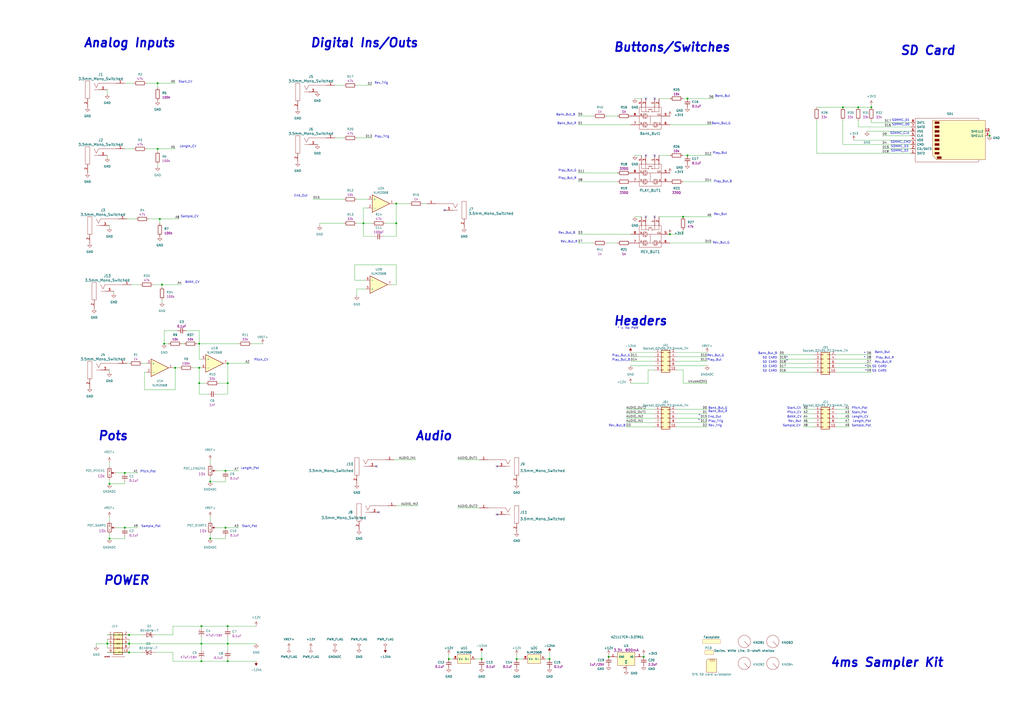
<source format=kicad_sch>
(kicad_sch (version 20230121) (generator eeschema)
  (paper "A2")
  (junction (at 116.84 373.38))
  (junction (at 121.92 279.4))
  (junction (at 63.5 280.67))
  (junction (at 92.71 127))
  (junction (at 388.62 135.89))
  (junction (at 91.44 86.36))
  (junction (at 229.87 118.11))
  (junction (at 398.78 90.17))
  (junction (at 115.57 199.39))
  (junction (at 210.82 129.54))
  (junction (at 488.95 62.23))
  (junction (at 74.93 378.46))
  (junction (at 353.06 381))
  (junction (at 63.5 312.42))
  (junction (at 74.93 373.38))
  (junction (at 116.84 363.22))
  (junction (at 93.98 165.1))
  (junction (at 62.23 373.38))
  (junction (at 373.38 381))
  (junction (at 130.81 273.05))
  (junction (at 72.39 306.07))
  (junction (at 396.24 125.73))
  (junction (at 132.08 210.82))
  (junction (at 299.72 382.27))
  (junction (at 132.08 373.38))
  (junction (at 121.92 312.42))
  (junction (at 574.04 78.74))
  (junction (at 132.08 222.25))
  (junction (at 130.81 306.07))
  (junction (at 279.4 382.27))
  (junction (at 260.35 382.27))
  (junction (at 318.77 382.27))
  (junction (at 91.44 48.26))
  (junction (at 132.08 383.54))
  (junction (at 115.57 222.25))
  (junction (at 132.08 363.22))
  (junction (at 101.6 213.36))
  (junction (at 72.39 274.32))
  (junction (at 74.93 368.3))
  (junction (at 497.84 62.23))
  (junction (at 116.84 383.54))
  (junction (at 229.87 129.54))
  (junction (at 95.25 199.39))
  (junction (at 505.46 62.23))
  (junction (at 115.57 213.36))
  (junction (at 398.78 57.15))
  (no_connect (at 288.29 270.51))
  (no_connect (at 374.65 57.15))
  (no_connect (at 379.73 90.17))
  (no_connect (at 218.44 270.51))
  (no_connect (at 379.73 57.15))
  (no_connect (at 257.81 121.92))
  (no_connect (at 379.73 125.73))
  (no_connect (at 288.29 298.45))
  (no_connect (at 374.65 125.73))
  (no_connect (at 374.65 90.17))
  (no_connect (at 219.71 297.18))
  (wire (pts (xy 132.08 373.38) (xy 132.08 377.19)))
  (wire (pts (xy 368.3 57.15) (xy 372.11 57.15)))
  (wire (pts (xy 72.39 86.36) (xy 77.47 86.36)))
  (wire (pts (xy 63.5 270.51) (xy 63.5 267.97)))
  (wire (pts (xy 72.39 312.42) (xy 72.39 311.15)))
  (wire (pts (xy 132.08 228.6) (xy 125.73 228.6)))
  (wire (pts (xy 265.43 294.64) (xy 278.13 294.64)))
  (wire (pts (xy 344.17 140.97) (xy 335.28 140.97)))
  (wire (pts (xy 485.14 215.9) (xy 505.46 215.9)))
  (wire (pts (xy 132.08 373.38) (xy 148.59 373.38)))
  (wire (pts (xy 90.17 378.46) (xy 100.33 378.46)))
  (wire (pts (xy 279.4 378.46) (xy 279.4 382.27)))
  (wire (pts (xy 241.3 266.7) (xy 228.6 266.7)))
  (wire (pts (xy 67.31 274.32) (xy 72.39 274.32)))
  (wire (pts (xy 388.62 135.89) (xy 396.24 135.89)))
  (wire (pts (xy 223.52 129.54) (xy 229.87 129.54)))
  (wire (pts (xy 485.14 245.11) (xy 492.76 245.11)))
  (wire (pts (xy 485.14 240.03) (xy 492.76 240.03)))
  (wire (pts (xy 452.12 215.9) (xy 472.44 215.9)))
  (wire (pts (xy 63.5 299.72) (xy 63.5 302.26)))
  (wire (pts (xy 73.66 210.82) (xy 74.93 210.82)))
  (wire (pts (xy 392.43 247.65) (xy 410.21 247.65)))
  (wire (pts (xy 488.95 83.82) (xy 488.95 69.85)))
  (wire (pts (xy 392.43 242.57) (xy 410.21 242.57)))
  (wire (pts (xy 452.12 210.82) (xy 472.44 210.82)))
  (wire (pts (xy 82.55 210.82) (xy 85.09 210.82)))
  (wire (pts (xy 93.98 165.1) (xy 93.98 166.37)))
  (wire (pts (xy 115.57 222.25) (xy 115.57 228.6)))
  (wire (pts (xy 116.84 373.38) (xy 116.84 377.19)))
  (wire (pts (xy 396.24 222.25) (xy 410.21 222.25)))
  (wire (pts (xy 132.08 222.25) (xy 132.08 228.6)))
  (wire (pts (xy 88.9 165.1) (xy 93.98 165.1)))
  (wire (pts (xy 388.62 72.39) (xy 412.75 72.39)))
  (wire (pts (xy 207.01 167.64) (xy 207.01 171.45)))
  (wire (pts (xy 392.43 212.09) (xy 410.21 212.09)))
  (wire (pts (xy 365.76 209.55) (xy 379.73 209.55)))
  (wire (pts (xy 375.92 214.63) (xy 379.73 214.63)))
  (wire (pts (xy 125.73 273.05) (xy 130.81 273.05)))
  (wire (pts (xy 132.08 383.54) (xy 148.59 383.54)))
  (wire (pts (xy 115.57 199.39) (xy 115.57 208.28)))
  (wire (pts (xy 505.46 71.12) (xy 505.46 69.85)))
  (wire (pts (xy 76.2 165.1) (xy 81.28 165.1)))
  (wire (pts (xy 72.39 280.67) (xy 72.39 279.4)))
  (wire (pts (xy 111.76 213.36) (xy 115.57 213.36)))
  (wire (pts (xy 63.5 309.88) (xy 63.5 312.42)))
  (wire (pts (xy 392.43 237.49) (xy 410.21 237.49)))
  (wire (pts (xy 485.14 247.65) (xy 492.76 247.65)))
  (wire (pts (xy 83.82 226.06) (xy 101.6 226.06)))
  (wire (pts (xy 392.43 240.03) (xy 410.21 240.03)))
  (wire (pts (xy 63.5 214.63) (xy 63.5 215.9)))
  (wire (pts (xy 130.81 279.4) (xy 130.81 278.13)))
  (wire (pts (xy 121.92 309.88) (xy 121.92 312.42)))
  (wire (pts (xy 62.23 90.17) (xy 62.23 91.44)))
  (wire (pts (xy 92.71 127) (xy 92.71 129.54)))
  (wire (pts (xy 229.87 118.11) (xy 229.87 129.54)))
  (wire (pts (xy 528.32 76.2) (xy 502.92 76.2)))
  (wire (pts (xy 63.5 312.42) (xy 72.39 312.42)))
  (wire (pts (xy 67.31 306.07) (xy 72.39 306.07)))
  (wire (pts (xy 205.74 162.56) (xy 205.74 153.67)))
  (wire (pts (xy 382.27 125.73) (xy 396.24 125.73)))
  (wire (pts (xy 194.31 80.01) (xy 199.39 80.01)))
  (wire (pts (xy 66.04 168.91) (xy 66.04 170.18)))
  (wire (pts (xy 115.57 191.77) (xy 115.57 199.39)))
  (wire (pts (xy 132.08 210.82) (xy 132.08 222.25)))
  (wire (pts (xy 86.36 127) (xy 92.71 127)))
  (wire (pts (xy 368.3 125.73) (xy 372.11 125.73)))
  (wire (pts (xy 210.82 137.16) (xy 210.82 129.54)))
  (wire (pts (xy 217.17 137.16) (xy 210.82 137.16)))
  (wire (pts (xy 452.12 208.28) (xy 472.44 208.28)))
  (wire (pts (xy 74.93 373.38) (xy 116.84 373.38)))
  (wire (pts (xy 121.92 279.4) (xy 130.81 279.4)))
  (wire (pts (xy 335.28 67.31) (xy 344.17 67.31)))
  (wire (pts (xy 115.57 213.36) (xy 115.57 222.25)))
  (wire (pts (xy 115.57 208.28) (xy 116.84 208.28)))
  (wire (pts (xy 392.43 207.01) (xy 410.21 207.01)))
  (wire (pts (xy 95.25 199.39) (xy 97.79 199.39)))
  (wire (pts (xy 91.44 86.36) (xy 91.44 87.63)))
  (wire (pts (xy 452.12 205.74) (xy 472.44 205.74)))
  (wire (pts (xy 116.84 364.49) (xy 116.84 363.22)))
  (wire (pts (xy 335.28 135.89) (xy 365.76 135.89)))
  (wire (pts (xy 100.33 368.3) (xy 100.33 363.22)))
  (wire (pts (xy 398.78 57.15) (xy 414.02 57.15)))
  (wire (pts (xy 485.14 205.74) (xy 505.46 205.74)))
  (wire (pts (xy 130.81 306.07) (xy 138.43 306.07)))
  (wire (pts (xy 497.84 73.66) (xy 497.84 69.85)))
  (wire (pts (xy 396.24 214.63) (xy 396.24 222.25)))
  (wire (pts (xy 505.46 62.23) (xy 505.46 60.96)))
  (wire (pts (xy 72.39 306.07) (xy 80.01 306.07)))
  (wire (pts (xy 74.93 370.84) (xy 74.93 373.38)))
  (wire (pts (xy 392.43 245.11) (xy 410.21 245.11)))
  (wire (pts (xy 207.01 49.53) (xy 215.9 49.53)))
  (wire (pts (xy 210.82 129.54) (xy 215.9 129.54)))
  (wire (pts (xy 210.82 120.65) (xy 210.82 129.54)))
  (wire (pts (xy 316.23 382.27) (xy 318.77 382.27)))
  (wire (pts (xy 528.32 86.36) (xy 511.81 86.36)))
  (wire (pts (xy 146.05 199.39) (xy 152.4 199.39)))
  (wire (pts (xy 229.87 165.1) (xy 227.33 165.1)))
  (wire (pts (xy 229.87 118.11) (xy 237.49 118.11)))
  (wire (pts (xy 194.31 49.53) (xy 199.39 49.53)))
  (wire (pts (xy 365.76 204.47) (xy 379.73 204.47)))
  (wire (pts (xy 55.88 373.38) (xy 62.23 373.38)))
  (wire (pts (xy 363.22 242.57) (xy 379.73 242.57)))
  (wire (pts (xy 485.14 213.36) (xy 505.46 213.36)))
  (wire (pts (xy 363.22 247.65) (xy 379.73 247.65)))
  (wire (pts (xy 488.95 62.23) (xy 497.84 62.23)))
  (wire (pts (xy 91.44 86.36) (xy 101.6 86.36)))
  (wire (pts (xy 73.66 127) (xy 78.74 127)))
  (wire (pts (xy 115.57 228.6) (xy 120.65 228.6)))
  (wire (pts (xy 121.92 269.24) (xy 121.92 266.7)))
  (wire (pts (xy 95.25 191.77) (xy 95.25 199.39)))
  (wire (pts (xy 205.74 153.67) (xy 229.87 153.67)))
  (wire (pts (xy 85.09 215.9) (xy 83.82 215.9)))
  (wire (pts (xy 335.28 72.39) (xy 365.76 72.39)))
  (wire (pts (xy 245.11 118.11) (xy 247.65 118.11)))
  (wire (pts (xy 396.24 125.73) (xy 412.75 125.73)))
  (wire (pts (xy 185.42 129.54) (xy 199.39 129.54)))
  (wire (pts (xy 396.24 133.35) (xy 396.24 135.89)))
  (wire (pts (xy 93.98 173.99) (xy 93.98 175.26)))
  (wire (pts (xy 242.57 293.37) (xy 229.87 293.37)))
  (wire (pts (xy 528.32 71.12) (xy 505.46 71.12)))
  (wire (pts (xy 100.33 363.22) (xy 116.84 363.22)))
  (wire (pts (xy 74.93 368.3) (xy 82.55 368.3)))
  (wire (pts (xy 72.39 48.26) (xy 77.47 48.26)))
  (wire (pts (xy 358.14 140.97) (xy 351.79 140.97)))
  (wire (pts (xy 62.23 368.3) (xy 74.93 368.3)))
  (wire (pts (xy 466.09 242.57) (xy 472.44 242.57)))
  (wire (pts (xy 91.44 48.26) (xy 91.44 50.8)))
  (wire (pts (xy 396.24 90.17) (xy 398.78 90.17)))
  (wire (pts (xy 365.76 212.09) (xy 379.73 212.09)))
  (wire (pts (xy 100.33 378.46) (xy 100.33 383.54)))
  (wire (pts (xy 148.59 363.22) (xy 132.08 363.22)))
  (wire (pts (xy 95.25 191.77) (xy 102.87 191.77)))
  (wire (pts (xy 132.08 364.49) (xy 132.08 363.22)))
  (wire (pts (xy 485.14 208.28) (xy 505.46 208.28)))
  (wire (pts (xy 363.22 245.11) (xy 379.73 245.11)))
  (wire (pts (xy 528.32 83.82) (xy 488.95 83.82)))
  (wire (pts (xy 125.73 306.07) (xy 130.81 306.07)))
  (wire (pts (xy 63.5 130.81) (xy 63.5 132.08)))
  (wire (pts (xy 265.43 266.7) (xy 278.13 266.7)))
  (wire (pts (xy 528.32 81.28) (xy 495.3 81.28)))
  (wire (pts (xy 398.78 90.17) (xy 412.75 90.17)))
  (wire (pts (xy 100.33 213.36) (xy 101.6 213.36)))
  (wire (pts (xy 116.84 373.38) (xy 132.08 373.38)))
  (wire (pts (xy 228.6 118.11) (xy 229.87 118.11)))
  (wire (pts (xy 127 222.25) (xy 132.08 222.25)))
  (wire (pts (xy 115.57 213.36) (xy 116.84 213.36)))
  (wire (pts (xy 388.62 140.97) (xy 412.75 140.97)))
  (wire (pts (xy 410.21 209.55) (xy 392.43 209.55)))
  (wire (pts (xy 368.3 90.17) (xy 372.11 90.17)))
  (wire (pts (xy 365.76 207.01) (xy 379.73 207.01)))
  (wire (pts (xy 62.23 52.07) (xy 62.23 54.61)))
  (wire (pts (xy 229.87 153.67) (xy 229.87 165.1)))
  (wire (pts (xy 92.71 127) (xy 104.14 127)))
  (wire (pts (xy 130.81 312.42) (xy 130.81 311.15)))
  (wire (pts (xy 365.76 222.25) (xy 375.92 222.25)))
  (wire (pts (xy 121.92 312.42) (xy 130.81 312.42)))
  (wire (pts (xy 115.57 191.77) (xy 107.95 191.77)))
  (wire (pts (xy 528.32 73.66) (xy 497.84 73.66)))
  (wire (pts (xy 116.84 383.54) (xy 132.08 383.54)))
  (wire (pts (xy 358.14 67.31) (xy 351.79 67.31)))
  (wire (pts (xy 473.71 62.23) (xy 488.95 62.23)))
  (wire (pts (xy 62.23 373.38) (xy 62.23 375.92)))
  (wire (pts (xy 213.36 120.65) (xy 210.82 120.65)))
  (wire (pts (xy 114.3 199.39) (xy 115.57 199.39)))
  (wire (pts (xy 116.84 382.27) (xy 116.84 383.54)))
  (wire (pts (xy 222.25 137.16) (xy 229.87 137.16)))
  (wire (pts (xy 181.61 115.57) (xy 199.39 115.57)))
  (wire (pts (xy 132.08 210.82) (xy 144.78 210.82)))
  (wire (pts (xy 83.82 215.9) (xy 83.82 226.06)))
  (wire (pts (xy 130.81 273.05) (xy 138.43 273.05)))
  (wire (pts (xy 382.27 57.15) (xy 388.62 57.15)))
  (wire (pts (xy 299.72 379.73) (xy 299.72 382.27)))
  (wire (pts (xy 74.93 373.38) (xy 74.93 375.92)))
  (wire (pts (xy 207.01 129.54) (xy 210.82 129.54)))
  (wire (pts (xy 466.09 237.49) (xy 472.44 237.49)))
  (wire (pts (xy 485.14 210.82) (xy 505.46 210.82)))
  (wire (pts (xy 121.92 299.72) (xy 121.92 302.26)))
  (wire (pts (xy 62.23 373.38) (xy 74.93 373.38)))
  (wire (pts (xy 116.84 369.57) (xy 116.84 373.38)))
  (wire (pts (xy 497.84 62.23) (xy 505.46 62.23)))
  (wire (pts (xy 466.09 245.11) (xy 472.44 245.11)))
  (wire (pts (xy 105.41 199.39) (xy 106.68 199.39)))
  (wire (pts (xy 101.6 226.06) (xy 101.6 213.36)))
  (wire (pts (xy 116.84 363.22) (xy 132.08 363.22)))
  (wire (pts (xy 90.17 368.3) (xy 100.33 368.3)))
  (wire (pts (xy 363.22 240.03) (xy 379.73 240.03)))
  (wire (pts (xy 373.38 379.73) (xy 373.38 381)))
  (wire (pts (xy 485.14 237.49) (xy 492.76 237.49)))
  (wire (pts (xy 318.77 378.46) (xy 318.77 382.27)))
  (wire (pts (xy 63.5 280.67) (xy 72.39 280.67)))
  (wire (pts (xy 353.06 379.73) (xy 353.06 381)))
  (wire (pts (xy 85.09 86.36) (xy 91.44 86.36)))
  (wire (pts (xy 207.01 80.01) (xy 215.9 80.01)))
  (wire (pts (xy 466.09 247.65) (xy 472.44 247.65)))
  (wire (pts (xy 100.33 383.54) (xy 116.84 383.54)))
  (wire (pts (xy 62.23 378.46) (xy 74.93 378.46)))
  (wire (pts (xy 85.09 48.26) (xy 91.44 48.26)))
  (wire (pts (xy 132.08 369.57) (xy 132.08 373.38)))
  (wire (pts (xy 212.09 167.64) (xy 207.01 167.64)))
  (wire (pts (xy 485.14 242.57) (xy 492.76 242.57)))
  (wire (pts (xy 72.39 274.32) (xy 80.01 274.32)))
  (wire (pts (xy 466.09 240.03) (xy 472.44 240.03)))
  (wire (pts (xy 91.44 95.25) (xy 91.44 96.52)))
  (wire (pts (xy 207.01 115.57) (xy 213.36 115.57)))
  (wire (pts (xy 121.92 276.86) (xy 121.92 279.4)))
  (wire (pts (xy 335.28 105.41) (xy 358.14 105.41)))
  (wire (pts (xy 101.6 213.36) (xy 104.14 213.36)))
  (wire (pts (xy 212.09 162.56) (xy 205.74 162.56)))
  (wire (pts (xy 382.27 90.17) (xy 388.62 90.17)))
  (wire (pts (xy 260.35 382.27) (xy 262.89 382.27)))
  (wire (pts (xy 375.92 222.25) (xy 375.92 214.63)))
  (wire (pts (xy 62.23 370.84) (xy 62.23 373.38)))
  (wire (pts (xy 299.72 382.27) (xy 303.53 382.27)))
  (wire (pts (xy 392.43 204.47) (xy 410.21 204.47)))
  (wire (pts (xy 74.93 378.46) (xy 82.55 378.46)))
  (wire (pts (xy 55.88 374.65) (xy 55.88 373.38)))
  (wire (pts (xy 132.08 382.27) (xy 132.08 383.54)))
  (wire (pts (xy 275.59 382.27) (xy 279.4 382.27)))
  (wire (pts (xy 335.28 100.33) (xy 358.14 100.33)))
  (wire (pts (xy 473.71 88.9) (xy 473.71 69.85)))
  (wire (pts (xy 363.22 237.49) (xy 379.73 237.49)))
  (wire (pts (xy 392.43 214.63) (xy 396.24 214.63)))
  (wire (pts (xy 574.04 78.74) (xy 574.04 76.2)))
  (wire (pts (xy 396.24 57.15) (xy 398.78 57.15)))
  (wire (pts (xy 115.57 222.25) (xy 119.38 222.25)))
  (wire (pts (xy 63.5 278.13) (xy 63.5 280.67)))
  (wire (pts (xy 115.57 199.39) (xy 138.43 199.39)))
  (wire (pts (xy 528.32 78.74) (xy 511.81 78.74)))
  (wire (pts (xy 260.35 379.73) (xy 260.35 382.27)))
  (wire (pts (xy 185.42 129.54) (xy 185.42 130.81)))
  (wire (pts (xy 452.12 213.36) (xy 472.44 213.36)))
  (wire (pts (xy 396.24 105.41) (xy 412.75 105.41)))
  (wire (pts (xy 528.32 88.9) (xy 473.71 88.9)))
  (wire (pts (xy 91.44 48.26) (xy 101.6 48.26)))
  (wire (pts (xy 93.98 165.1) (xy 105.41 165.1)))
  (wire (pts (xy 229.87 129.54) (xy 229.87 137.16)))
  (text "Rev_Trig" (at 217.17 48.895 0) (effects (font (size 1.27 1.27)) (justify left bottom)))
  (text "SD CARD" (at 514.35 213.36 0) (effects (font (size 1.27 1.27)) (justify right bottom)))
  (text "Play_But_B" (at 354.965 209.55 0) (effects (font (size 1.27 1.27)) (justify left bottom)))
  (text "Play_Trig" (at 217.17 80.01 0) (effects (font (size 1.27 1.27)) (justify left bottom)))
  (text "Rev_But_R" (at 325.12 140.97 0) (effects (font (size 1.27 1.27)) (justify left bottom)))
  (text "SD CARD" (at 450.85 213.36 0) (effects (font (size 1.27 1.27)) (justify right bottom)))
  (text "SDMMC_CMD" (at 528.32 83.185 0) (effects (font (size 1.27 1.27)) (justify right bottom)))
  (text "Play_But_B" (at 414.02 106.045 0) (effects (font (size 1.27 1.27)) (justify left bottom)))
  (text "Bank_But" (at 414.655 56.515 0) (effects (font (size 1.27 1.27)) (justify left bottom)))
  (text "Bank_But_R" (at 410.845 239.395 0) (effects (font (size 1.27 1.27)) (justify left bottom)))
  (text "Rev_But_B" (at 323.85 135.89 0) (effects (font (size 1.27 1.27)) (justify left bottom)))
  (text "Sample_Pot" (at 81.915 306.07 0) (effects (font (size 1.27 1.27)) (justify left bottom)))
  (text "Play_But_G" (at 323.85 99.695 0) (effects (font (size 1.27 1.27)) (justify left bottom)))
  (text "*" (at 501.015 208.28 0) (effects (font (size 1.27 1.27)) (justify left bottom)))
  (text "Bank_But_G" (at 412.75 72.39 0) (effects (font (size 1.27 1.27)) (justify left bottom)))
  (text "Length_CV" (at 494.03 242.57 0) (effects (font (size 1.27 1.27)) (justify left bottom)))
  (text "Rev_Trig" (at 410.845 247.65 0) (effects (font (size 1.27 1.27)) (justify left bottom)))
  (text "Headers" (at 355.6 189.23 0) (effects (font (size 5.08 5.08) (thickness 1.016) bold italic) (justify left bottom)))
  (text "Digital Ins/Outs" (at 179.705 27.94 0) (effects (font (size 5.08 5.08) (thickness 1.016) bold italic) (justify left bottom)))
  (text "Play_But_R" (at 508 208.28 0) (effects (font (size 1.27 1.27)) (justify left bottom)))
  (text "Rev_But_G" (at 413.385 141.605 0) (effects (font (size 1.27 1.27)) (justify left bottom)))
  (text "Bank_But_G" (at 410.845 237.49 0) (effects (font (size 1.27 1.27)) (justify left bottom)))
  (text "*" (at 405.13 241.935 0) (effects (font (size 1.27 1.27)) (justify left bottom)))
  (text "Start_Pot" (at 494.03 240.03 0) (effects (font (size 1.27 1.27)) (justify left bottom)))
  (text "Start_CV" (at 456.565 237.49 0) (effects (font (size 1.27 1.27)) (justify left bottom)))
  (text "Pitch_CV" (at 456.565 240.03 0) (effects (font (size 1.27 1.27)) (justify left bottom)))
  (text "SDMMC_D2" (at 527.05 88.265 0) (effects (font (size 1.27 1.27)) (justify right bottom)))
  (text "SDMMC_D0" (at 527.685 73.025 0) (effects (font (size 1.27 1.27)) (justify right bottom)))
  (text "Length_Pot" (at 494.665 245.11 0) (effects (font (size 1.27 1.27)) (justify left bottom)))
  (text "Play_But_R" (at 323.85 104.14 0) (effects (font (size 1.27 1.27)) (justify left bottom)))
  (text "Changes from p3-SMT to p4-SMT:\n-Changed Pitch CV resistors (delete R37, change R9 10k=>47k)" (at -67.31 228.6 0) (effects (font (size 1.27 1.27)) (justify left bottom)))
  (text "Audio" (at 240.665 255.905 0) (effects (font (size 5.08 5.08) (thickness 1.016) bold italic) (justify left bottom)))
  (text "Rev_But" (at 414.02 125.095 0) (effects (font (size 1.27 1.27)) (justify left bottom)))
  (text "Analog Inputs" (at 48.26 27.94 0) (effects (font (size 5.08 5.08) (thickness 1.016) bold italic) (justify left bottom)))
  (text "SD Card" (at 521.97 32.385 0) (effects (font (size 5.08 5.08) (thickness 1.016) bold italic) (justify left bottom)))
  (text "Rev_But" (at 457.2 245.11 0) (effects (font (size 1.27 1.27)) (justify left bottom)))
  (text "*" (at 501.65 213.36 0) (effects (font (size 1.27 1.27)) (justify left bottom)))
  (text "SDMMC_D1" (at 527.685 70.485 0) (effects (font (size 1.27 1.27)) (justify right bottom)))
  (text "Buttons/Switches" (at 355.6 30.48 0) (effects (font (size 5.08 5.08) (thickness 1.016) bold italic) (justify left bottom)))
  (text "Pitch_Pot" (at 494.03 237.49 0) (effects (font (size 1.27 1.27)) (justify left bottom)))
  (text "Sample_Pot" (at 494.03 247.65 0) (effects (font (size 1.27 1.27)) (justify left bottom)))
  (text "Play_But" (at 410.21 209.55 0) (effects (font (size 1.27 1.27)) (justify left bottom)))
  (text "Start_Pot" (at 140.335 306.07 0) (effects (font (size 1.27 1.27)) (justify left bottom)))
  (text "*" (at 501.015 205.74 0) (effects (font (size 1.27 1.27)) (justify left bottom)))
  (text "Start_CV" (at 103.505 48.26 0) (effects (font (size 1.27 1.27)) (justify left bottom)))
  (text "Play_Trig" (at 410.845 245.11 0) (effects (font (size 1.27 1.27)) (justify left bottom)))
  (text "*" (at 455.93 208.28 0) (effects (font (size 1.27 1.27)) (justify left bottom)))
  (text "Rev_But_G" (at 410.21 207.01 0) (effects (font (size 1.27 1.27)) (justify left bottom)))
  (text "SD CARD" (at 514.35 215.9 0) (effects (font (size 1.27 1.27)) (justify right bottom)))
  (text "*" (at 455.93 210.185 0) (effects (font (size 1.27 1.27)) (justify left bottom)))
  (text "BANK_CV" (at 456.565 242.57 0) (effects (font (size 1.27 1.27)) (justify left bottom)))
  (text "Sample_CV" (at 104.775 126.365 0) (effects (font (size 1.27 1.27)) (justify left bottom)))
  (text "Bank_But_B" (at 322.58 67.31 0) (effects (font (size 1.27 1.27)) (justify left bottom)))
  (text "SD CARD" (at 450.85 208.28 0) (effects (font (size 1.27 1.27)) (justify right bottom)))
  (text "Play_But_G" (at 354.965 207.01 0) (effects (font (size 1.27 1.27)) (justify left bottom)))
  (text "Pitch_CV" (at 147.32 209.55 0) (effects (font (size 1.27 1.27)) (justify left bottom)))
  (text "*" (at 501.65 215.9 0) (effects (font (size 1.27 1.27)) (justify left bottom)))
  (text "Pots" (at 56.515 255.905 0) (effects (font (size 5.08 5.08) (thickness 1.016) bold italic) (justify left bottom)))
  (text "Rev_But_B" (at 353.06 247.65 0) (effects (font (size 1.27 1.27)) (justify left bottom)))
  (text "SDMMC_CLK" (at 527.685 78.105 0) (effects (font (size 1.27 1.27)) (justify right bottom)))
  (text "Rev_But_R" (at 507.365 210.82 0) (effects (font (size 1.27 1.27)) (justify left bottom)))
  (text "*" (at 404.8824 244.6801 0) (effects (font (size 1.27 1.27)) (justify left bottom)))
  (text "End_Out" (at 418.465 242.57 0) (effects (font (size 1.27 1.27)) (justify right bottom)))
  (text "4ms Sampler Kit" (at 481.33 387.35 0) (effects (font (size 5.08 5.08) (thickness 1.016) bold italic) (justify left bottom)))
  (text "Bank_But" (at 507.365 205.105 0) (effects (font (size 1.27 1.27)) (justify left bottom)))
  (text "* = No PWM" (at 358.14 191.135 0) (effects (font (size 1.27 1.27)) (justify left bottom)))
  (text "Pitch_Pot" (at 81.28 274.32 0) (effects (font (size 1.27 1.27)) (justify left bottom)))
  (text "SDMMC_D3" (at 527.05 85.725 0) (effects (font (size 1.27 1.27)) (justify right bottom)))
  (text "POWER" (at 59.69 339.725 0) (effects (font (size 5.08 5.08) (thickness 1.016) bold italic) (justify left bottom)))
  (text "End_Out" (at 178.435 114.3 0) (effects (font (size 1.27 1.27)) (justify right bottom)))
  (text "SD CARD" (at 450.85 210.82 0) (effects (font (size 1.27 1.27)) (justify right bottom)))
  (text "Bank_But_B" (at 450.85 205.74 0) (effects (font (size 1.27 1.27)) (justify right bottom)))
  (text "Length_Pot" (at 139.7 272.415 0) (effects (font (size 1.27 1.27)) (justify left bottom)))
  (text "Sample_CV" (at 454.025 247.65 0) (effects (font (size 1.27 1.27)) (justify left bottom)))
  (text "Play_But" (at 413.385 89.535 0) (effects (font (size 1.27 1.27)) (justify left bottom)))
  (text "Length_CV" (at 104.14 85.725 0) (effects (font (size 1.27 1.27)) (justify left bottom)))
  (text "SD CARD" (at 450.85 215.9 0) (effects (font (size 1.27 1.27)) (justify right bottom)))
  (text "Bank_But_R" (at 323.215 72.39 0) (effects (font (size 1.27 1.27)) (justify left bottom)))
  (text "BANK_CV" (at 107.315 164.465 0) (effects (font (size 1.27 1.27)) (justify left bottom)))
  (label "D17" (at 452.12 213.36 0))
  (label "D7" (at 505.46 210.82 180))
  (label "D14" (at 365.76 209.55 0))
  (label "D12" (at 410.21 209.55 180))
  (label "A5" (at 492.76 242.57 180))
  (label "A2" (at 144.78 210.82 180))
  (label "D19" (at 452.12 208.28 0))
  (label "D11" (at 335.28 100.33 0))
  (label "A4" (at 105.41 165.1 180))
  (label "A6" (at 466.09 245.11 0))
  (label "D18" (at 452.12 210.82 0))
  (label "D3" (at 335.28 135.89 0))
  (label "A1" (at 492.76 237.49 180))
  (label "D13" (at 410.21 245.11 180))
  (label "D10" (at 410.21 207.01 180))
  (label "A1" (at 80.01 274.32 180))
  (label "AUDIO_IN1" (at 363.22 245.11 0))
  (label "A8" (at 466.09 247.65 0))
  (label "D3" (at 363.22 247.65 0))
  (label "D10" (at 412.75 140.97 180))
  (label "A7" (at 138.43 273.05 180))
  (label "D15" (at 181.61 115.57 0))
  (label "D0" (at 412.75 72.39 180))
  (label "D18" (at 511.81 88.9 0))
  (label "D16" (at 513.08 73.66 0))
  (label "A0" (at 466.09 237.49 0))
  (label "D1" (at 335.28 72.39 0))
  (label "D2" (at 410.21 247.65 180))
  (label "AUDIO_IN1" (at 241.3 266.7 180))
  (label "D6" (at 505.46 205.74 180))
  (label "A3" (at 138.43 306.07 180))
  (label "D1" (at 410.21 240.03 180))
  (label "AUDIO_OUT1" (at 265.43 266.7 0))
  (label "D4" (at 505.46 213.36 180))
  (label "D0" (at 410.21 237.49 180))
  (label "A9" (at 80.01 306.07 180))
  (label "D2" (at 215.9 49.53 180))
  (label "D5" (at 335.28 67.31 0))
  (label "D6" (at 414.02 57.15 180))
  (label "AUDIO_OUT1" (at 363.22 240.03 0))
  (label "D14" (at 412.75 105.41 180))
  (label "D11" (at 365.76 207.01 0))
  (label "D5" (at 452.12 205.74 0))
  (label "A7" (at 492.76 245.11 180))
  (label "AUDIO_OUT2" (at 265.43 294.64 0))
  (label "A3" (at 492.76 240.03 180))
  (label "D19" (at 511.81 86.36 0))
  (label "A6" (at 412.75 125.73 180))
  (label "A4" (at 466.09 242.57 0))
  (label "D7" (at 335.28 140.97 0))
  (label "A9" (at 492.76 247.65 180))
  (label "A8" (at 104.14 127 180))
  (label "D12" (at 412.75 90.17 180))
  (label "D4" (at 511.81 83.82 0))
  (label "D9" (at 511.81 78.74 0))
  (label "Unused(5V)" (at 410.21 222.25 180))
  (label "D17" (at 513.08 71.12 0))
  (label "D16" (at 452.12 215.9 0))
  (label "AUDIO_IN2" (at 363.22 242.57 0))
  (label "A5" (at 101.6 86.36 180))
  (label "AUDIO_OUT2" (at 363.22 237.49 0))
  (label "A0" (at 101.6 48.26 180))
  (label "A2" (at 466.09 240.03 0))
  (label "D13" (at 215.9 80.01 180))
  (label "AUDIO_IN2" (at 242.57 293.37 180))
  (label "D8" (at 335.28 105.41 0))
  (label "D8" (at 505.46 208.28 180))
  (label "D9" (at 505.46 215.9 180))
  (label "D15" (at 410.21 242.57 180))
  (symbol (lib_id "4ms_Power-symbol:GND") (at 368.3 57.15 0) (unit 1)
    (property "Reference" "#PWR049" (effects hide))
    (property "Value" "GND" (at 368.3 62.23 0))
  )
  (symbol (lib_id "power:GND") (at 208.28 375.92 0) (unit 1)
    (property "Reference" "#PWR036" (effects hide))
    (property "Value" "GND" (at 208.28 381 0))
  )
  (symbol (lib_id "4ms_Capacitor:0.1uF_0603_16V") (at 72.39 276.86 0) (unit 1)
    (property "Reference" "C1" (at 74.93 276.2313 0) (effects (justify left)))
    (property "Value" "0.1uF_0603_16V" (effects hide))
    (property "Footprint" "4ms_Capacitor:C_0603" (effects hide))
    (property "Display" "0.1uF" (at 74.93 278.7713 0) (effects (justify left)))
    (property "Specifications" "0.1uF, Min. 16V 10%, X7R or X5R or similar" (effects hide))
    (property "Manufacturer" "AVX Corporation" (effects hide))
    (property "Part Number" "0603YC104KAT2A" (effects hide))
    (property "JLCPCB ID" "C14663" (effects hide))
    (property "Production Stage" "A" (effects hide))
  )
  (symbol (lib_id "4ms_Resistor_0603:10k_0603") (at 101.6 199.39 90) (unit 1)
    (property "Reference" "R9" (at 101.6 194.31 90))
    (property "Value" "10k_0603" (effects hide))
    (property "Footprint" "4ms_Resistor:R_0603" (effects hide))
    (property "Specifications" "10k, 1%, 1/10W, 0603" (effects hide))
    (property "Manufacturer" "Yageo" (effects hide))
    (property "Part Number" "RC0603FR-0710KL" (effects hide))
    (property "Display" "10k" (at 101.6 196.85 90))
    (property "JLCPCB ID" "C98220" (effects hide))
    (property "Production Stage" "A" (effects hide))
  )
  (symbol (lib_id "4ms_Power-symbol:+3.3V") (at 373.38 379.73 0) (unit 1)
    (property "Reference" "#PWR0102" (effects hide))
    (property "Value" "+3.3V" (at 375.92 379.095 0) (effects (justify left)))
  )
  (symbol (lib_id "4ms_Resistor_0603:47k_0603") (at 81.28 48.26 90) (unit 1)
    (property "Reference" "R2" (at 81.28 43.18 90))
    (property "Value" "47k_0603" (effects hide))
    (property "Footprint" "4ms_Resistor:R_0603" (effects hide))
    (property "Specifications" "47k, 1%, 1/10W, 0603" (effects hide))
    (property "Manufacturer" "Yageo" (effects hide))
    (property "Part Number" "RC0603FR-0747KL" (effects hide))
    (property "Display" "47k" (at 81.28 45.72 90))
    (property "JLCPCB ID" "C105579" (effects hide))
    (property "Production Stage" "A" (effects hide))
  )
  (symbol (lib_id "4ms_Resistor_0603:33k_0603") (at 142.24 199.39 90) (unit 1)
    (property "Reference" "R11" (at 142.24 194.31 90))
    (property "Value" "33k_0603" (effects hide))
    (property "Footprint" "4ms_Resistor:R_0603" (effects hide))
    (property "Specifications" "33k, 1%, 1/10W, 0603" (effects hide))
    (property "Manufacturer" "Yageo" (effects hide))
    (property "Part Number" "RC0603FR-0733KL" (effects hide))
    (property "Display" "33k" (at 142.24 196.85 90))
    (property "JLCPCB ID" "C126359" (effects hide))
    (property "Production Stage" "A" (effects hide))
  )
  (symbol (lib_id "4ms_Power-symbol:GNDADC") (at 194.31 375.92 0) (unit 1)
    (property "Reference" "#PWR032" (effects hide))
    (property "Value" "GNDADC" (at 194.31 381 0))
  )
  (symbol (lib_id "4ms_Power-symbol:GND") (at 184.15 83.82 0) (unit 1)
    (property "Reference" "#PWR031" (effects hide))
    (property "Value" "GND" (at 184.15 88.9 0))
  )
  (symbol (lib_id "4ms_Resistor_0603:1k_0603") (at 241.3 118.11 90) (unit 1)
    (property "Reference" "R15" (at 241.3 113.03 90))
    (property "Value" "1k_0603" (effects hide))
    (property "Footprint" "4ms_Resistor:R_0603" (effects hide))
    (property "Specifications" "1k, 1%, 1/10W, 0603" (effects hide))
    (property "Manufacturer" "Yageo" (effects hide))
    (property "Part Number" "RC0603FR-071KL" (effects hide))
    (property "Display" "1k" (at 241.3 115.57 90))
    (property "JLCPCB ID" "C22548" (effects hide))
    (property "Production Stage" "A" (effects hide))
  )
  (symbol (lib_id "4ms_Power-symbol:GNDADC") (at 63.5 280.67 0) (unit 1)
    (property "Reference" "#PWR011" (effects hide))
    (property "Value" "GNDADC" (at 63.5 285.115 0))
  )
  (symbol (lib_id "4ms_Resistor_0603:47k_0603") (at 203.2 49.53 90) (unit 1)
    (property "Reference" "R17" (at 203.2 44.45 90))
    (property "Value" "47k_0603" (effects hide))
    (property "Footprint" "4ms_Resistor:R_0603" (effects hide))
    (property "Specifications" "47k, 1%, 1/10W, 0603" (effects hide))
    (property "Manufacturer" "Yageo" (effects hide))
    (property "Part Number" "RC0603FR-0747KL" (effects hide))
    (property "Display" "47k" (at 203.2 46.99 90))
    (property "JLCPCB ID" "C105579" (effects hide))
    (property "Production Stage" "A" (effects hide))
  )
  (symbol (lib_id "4ms_Capacitor:0.1uF_0603_16V") (at 130.81 308.61 0) (unit 1)
    (property "Reference" "C10" (at 133.35 307.9813 0) (effects (justify left)))
    (property "Value" "0.1uF_0603_16V" (effects hide))
    (property "Footprint" "4ms_Capacitor:C_0603" (effects hide))
    (property "Display" "0.1uF" (at 133.35 310.5213 0) (effects (justify left)))
    (property "Specifications" "0.1uF, Min. 16V 10%, X7R or X5R or similar" (effects hide))
    (property "Manufacturer" "AVX Corporation" (effects hide))
    (property "Part Number" "0603YC104KAT2A" (effects hide))
    (property "JLCPCB ID" "C14663" (effects hide))
    (property "Production Stage" "A" (effects hide))
  )
  (symbol (lib_id "4ms_Power-symbol:GNDADC") (at 121.92 312.42 0) (unit 1)
    (property "Reference" "#PWR021" (effects hide))
    (property "Value" "GNDADC" (at 121.92 317.5 0))
  )
  (symbol (lib_id "4ms_Power-symbol:GND") (at 184.15 53.34 0) (unit 1)
    (property "Reference" "#PWR030" (effects hide))
    (property "Value" "GND" (at 184.15 58.42 0))
  )
  (symbol (lib_id "4ms_Power-symbol:GND") (at 50.8 100.33 0) (unit 1)
    (property "Reference" "#PWR02" (effects hide))
    (property "Value" "GND" (at 50.8 105.41 0))
  )
  (symbol (lib_id "4ms_Power-symbol:+12V") (at 148.59 363.22 0) (unit 1)
    (property "Reference" "#PWR023" (effects hide))
    (property "Value" "+12V" (at 148.59 358.14 0))
  )
  (symbol (lib_id "4ms_Resistor_0603:47k_0603") (at 81.28 86.36 90) (unit 1)
    (property "Reference" "R3" (at 81.28 81.28 90))
    (property "Value" "47k_0603" (effects hide))
    (property "Footprint" "4ms_Resistor:R_0603" (effects hide))
    (property "Specifications" "47k, 1%, 1/10W, 0603" (effects hide))
    (property "Manufacturer" "Yageo" (effects hide))
    (property "Part Number" "RC0603FR-0747KL" (effects hide))
    (property "Display" "47k" (at 81.28 83.82 90))
    (property "JLCPCB ID" "C105579" (effects hide))
    (property "Production Stage" "A" (effects hide))
  )
  (symbol (lib_id "4ms_Resistor_0603:33k_0603") (at 203.2 129.54 90) (unit 1)
    (property "Reference" "R13" (at 203.2 124.46 90))
    (property "Value" "33k_0603" (effects hide))
    (property "Footprint" "4ms_Resistor:R_0603" (effects hide))
    (property "Specifications" "33k, 1%, 1/10W, 0603" (effects hide))
    (property "Manufacturer" "Yageo" (effects hide))
    (property "Part Number" "RC0603FR-0733KL" (effects hide))
    (property "Display" "33k" (at 203.2 127 90))
    (property "JLCPCB ID" "C126359" (effects hide))
    (property "Production Stage" "A" (effects hide))
  )
  (symbol (lib_id "4ms_Resistor_0603:10k_0603") (at 110.49 199.39 90) (unit 1)
    (property "Reference" "R37" (at 110.49 194.31 90))
    (property "Value" "10k_0603" (effects hide))
    (property "Footprint" "4ms_Resistor:R_0603" (effects hide))
    (property "Specifications" "10k, 1%, 1/10W, 0603" (effects hide))
    (property "Manufacturer" "Yageo" (effects hide))
    (property "Part Number" "RC0603FR-0710KL" (effects hide))
    (property "Display" "10k" (at 110.49 196.85 90))
    (property "JLCPCB ID" "C98220" (effects hide))
    (property "Production Stage" "A" (effects hide))
  )
  (symbol (lib_id "power:GND") (at 269.24 132.08 0) (unit 1)
    (property "Reference" "#PWR040" (effects hide))
    (property "Value" "GND" (at 269.24 137.16 0))
  )
  (symbol (lib_id "4ms_Hardware:Knob_Davies_WhiteLine") (at 431.8 384.81 0) (unit 1)
    (property "Reference" "KNOB2" (at 436.88 385.445 0) (effects (justify left)))
    (property "Value" "Davies, White Line, D-shaft shallow" (effects hide))
    (property "Manufacturer" "Chia Shin Knobs" (effects hide))
    (property "Part Number" "CP-BUA-6-0DX10.5W7" (effects hide))
    (property "Specifications" "D-shaft, 3.5mm depth" (effects hide))
    (property "Production Stage" "E" (effects hide))
  )
  (symbol (lib_id "4ms_Power-symbol:GND") (at 91.44 58.42 0) (unit 1)
    (property "Reference" "#PWR014" (effects hide))
    (property "Value" "GND" (at 91.44 63.5 0))
  )
  (symbol (lib_id "4ms_Capacitor:0.1uF_0603_16V") (at 318.77 384.81 0) (unit 1)
    (property "Reference" "C15" (at 321.31 384.1813 0) (effects (justify left)))
    (property "Value" "0.1uF_0603_16V" (effects hide))
    (property "Footprint" "4ms_Capacitor:C_0603" (effects hide))
    (property "Display" "0.1uF" (at 321.31 386.7213 0) (effects (justify left)))
    (property "Specifications" "0.1uF, Min. 16V 10%, X7R or X5R or similar" (effects hide))
    (property "Manufacturer" "AVX Corporation" (effects hide))
    (property "Part Number" "0603YC104KAT2A" (effects hide))
    (property "JLCPCB ID" "C14663" (effects hide))
    (property "Production Stage" "A" (effects hide))
  )
  (symbol (lib_id "4ms_Power-symbol:GND") (at 279.4 387.35 0) (unit 1)
    (property "Reference" "#PWR042" (effects hide))
    (property "Value" "GND" (at 279.4 392.43 0))
  )
  (symbol (lib_id "4ms_Power-symbol:GND") (at 398.78 95.25 0) (unit 1)
    (property "Reference" "#PWR059" (effects hide))
    (property "Value" "GND" (at 396.24 97.155 0) (effects (justify right)))
  )
  (symbol (lib_id "power:GND") (at 365.76 212.09 0) (unit 1)
    (property "Reference" "#PWR053" (effects hide))
    (property "Value" "GND" (at 365.76 217.17 0))
  )
  (symbol (lib_id "4ms_Hardware:Faceplate") (at 412.75 372.11 0) (unit 1) (on_board no)
    (property "Reference" "FP1" (effects hide))
    (property "Value" "Faceplate" (at 412.75 369.57 0))
    (property "Part Number" "sampler-faceplate-v1.0" (effects hide))
    (property "Manufacturer" "Posin" (effects hide))
    (property "Specifications" "Sampler Faceplate, matte black mask, white silk" (effects hide))
    (property "Production Stage" "D" (effects hide))
  )
  (symbol (lib_id "4ms_Power-symbol:GND") (at 95.25 199.39 0) (unit 1)
    (property "Reference" "#PWR017" (effects hide))
    (property "Value" "GND" (at 95.25 204.47 0))
  )
  (symbol (lib_id "4ms_Hardware:microSDcard_STS") (at 412.75 386.08 0) (unit 1) (on_board no)
    (property "Reference" "U4" (effects hide))
    (property "Value" "STS SD card w/adaptor" (at 401.32 391.16 0) (effects (justify left)))
    (property "Manufacturer" "DiskCopy" (effects hide))
    (property "Part Number" "Sample Pack 2.0" (effects hide))
    (property "Specifications" "microSD Card, 16GB with STS Sample Pack. Includes SD adaptor" (effects hide))
    (property "Production Stage" "E" (effects hide))
  )
  (symbol (lib_id "4ms_Connector:Socket_02x05_P2.54mm_TH") (at 478.79 207.01 0) (unit 1)
    (property "Reference" "JD1" (at 478.79 201.4601 0))
    (property "Value" "Socket_02x05_P2.54mm_TH" (at 478.79 203.3811 0))
    (property "Footprint" "4ms_Connector:Socket_2x05_2.54mm_TH" (effects hide))
    (property "Datasheet" "https://suddendocs.samtec.com/catalog_english/ssw_th.pdf" (effects hide))
    (property "Specifications" "HEADER 2x5 FEMALE SOCKET 0.100” 180deg" (effects hide))
    (property "Manufacturer" "Samtec" (effects hide))
    (property "Part Number" "SSW-105-01-G-D" (effects hide))
    (property "Production Stage" "B" (effects hide))
  )
  (symbol (lib_id "4ms_Power-symbol:GND") (at 299.72 280.67 0) (unit 1)
    (property "Reference" "#PWR035" (effects hide))
    (property "Value" "GND" (at 299.72 285.75 0))
  )
  (symbol (lib_id "4ms_Capacitor:0.1uF_0603_16V") (at 279.4 384.81 0) (unit 1)
    (property "Reference" "C13" (at 281.94 384.1813 0) (effects (justify left)))
    (property "Value" "0.1uF_0603_16V" (effects hide))
    (property "Footprint" "4ms_Capacitor:C_0603" (effects hide))
    (property "Display" "0.1uF" (at 281.94 386.7213 0) (effects (justify left)))
    (property "Specifications" "0.1uF, Min. 16V 10%, X7R or X5R or similar" (effects hide))
    (property "Manufacturer" "AVX Corporation" (effects hide))
    (property "Part Number" "0603YC104KAT2A" (effects hide))
    (property "JLCPCB ID" "C14663" (effects hide))
    (property "Production Stage" "A" (effects hide))
  )
  (symbol (lib_id "4ms_Power-symbol:VREF+") (at 63.5 267.97 0) (unit 1)
    (property "Reference" "#PWR010" (effects hide))
    (property "Value" "VREF+" (at 63.5 262.255 0))
  )
  (symbol (lib_id "4ms_Power-symbol:GND") (at 172.72 63.5 0) (unit 1)
    (property "Reference" "#PWR027" (effects hide))
    (property "Value" "GND" (at 172.72 68.58 0))
  )
  (symbol (lib_id "4ms_Resistor_0603:100k_0603") (at 92.71 133.35 180) (unit 1)
    (property "Reference" "R7" (at 95.25 132.715 0) (effects (justify right)))
    (property "Value" "100k_0603" (effects hide))
    (property "Footprint" "4ms_Resistor:R_0603" (effects hide))
    (property "Specifications" "100k, 1%, 1/10W, 0603" (effects hide))
    (property "Manufacturer" "Yageo" (effects hide))
    (property "Part Number" "RC0603FR-07100KL" (effects hide))
    (property "Display" "100k" (at 95.25 135.255 0) (effects (justify right)))
    (property "JLCPCB ID" "C14675" (effects hide))
    (property "Production Stage" "A" (effects hide))
  )
  (symbol (lib_id "4ms_Resistor_0603:33k_0603") (at 497.84 66.04 0) (unit 1)
    (property "Reference" "R31" (at 500.38 65.405 0) (effects (justify left)))
    (property "Value" "33k_0603" (effects hide))
    (property "Footprint" "4ms_Resistor:R_0603" (effects hide))
    (property "Specifications" "33k, 1%, 1/10W, 0603" (effects hide))
    (property "Manufacturer" "Yageo" (effects hide))
    (property "Part Number" "RC0603FR-0733KL" (effects hide))
    (property "Display" "33k" (at 500.38 67.945 0) (effects (justify left)))
    (property "JLCPCB ID" "C126359" (effects hide))
    (property "Production Stage" "A" (effects hide))
  )
  (symbol (lib_id "4ms_Power-symbol:+3.3V") (at 388.62 135.89 0) (unit 1)
    (property "Reference" "#PWR057" (effects hide))
    (property "Value" "+3.3V" (at 391.16 135.255 0) (effects (justify left)))
  )
  (symbol (lib_id "4ms_Power-symbol:+12V") (at 365.76 222.25 0) (unit 1)
    (property "Reference" "#PWR054" (effects hide))
    (property "Value" "+12V" (at 363.22 221.615 0) (effects (justify right)))
  )
  (symbol (lib_id "4ms_Power-symbol:PWR_FLAG") (at 167.64 375.92 180) (unit 1)
    (property "Reference" "#FLG01" (effects hide))
    (property "Value" "PWR_FLAG" (at 167.64 381 0))
  )
  (symbol (lib_id "4ms_Resistor_0603:47k_0603") (at 219.71 129.54 90) (unit 1)
    (property "Reference" "R14" (at 219.71 124.46 90))
    (property "Value" "47k_0603" (effects hide))
    (property "Footprint" "4ms_Resistor:R_0603" (effects hide))
    (property "Specifications" "47k, 1%, 1/10W, 0603" (effects hide))
    (property "Manufacturer" "Yageo" (effects hide))
    (property "Part Number" "RC0603FR-0747KL" (effects hide))
    (property "Display" "47k" (at 219.71 127 90))
    (property "JLCPCB ID" "C105579" (effects hide))
    (property "Production Stage" "A" (effects hide))
  )
  (symbol (lib_id "4ms_Connector:Socket_02x05_P2.54mm_TH") (at 478.79 238.76 0) (unit 1)
    (property "Reference" "JC1" (at 478.79 233.2101 0))
    (property "Value" "Socket_02x05_P2.54mm_TH" (at 478.79 235.1311 0))
    (property "Footprint" "4ms_Connector:Socket_2x05_2.54mm_TH" (effects hide))
    (property "Datasheet" "https://suddendocs.samtec.com/catalog_english/ssw_th.pdf" (effects hide))
    (property "Specifications" "HEADER 2x5 FEMALE SOCKET 0.100” 180deg" (effects hide))
    (property "Manufacturer" "Samtec" (effects hide))
    (property "Part Number" "SSW-105-01-G-D" (effects hide))
    (property "Production Stage" "B" (effects hide))
  )
  (symbol (lib_id "4ms_Capacitor:0.1uF_0603_16V") (at 132.08 379.73 0) (mirror x) (unit 1)
    (property "Reference" "C8" (at 129.54 379.0886 0) (effects (justify right)))
    (property "Value" "0.1uF_0603_16V" (effects hide))
    (property "Footprint" "4ms_Capacitor:C_0603" (effects hide))
    (property "Display" "0.1uF" (at 129.54 381.6286 0) (effects (justify right)))
    (property "Specifications" "0.1uF, Min. 16V 10%, X7R or X5R or similar" (effects hide))
    (property "Manufacturer" "AVX Corporation" (effects hide))
    (property "Part Number" "0603YC104KAT2A" (effects hide))
    (property "JLCPCB ID" "C14663" (effects hide))
    (property "Production Stage" "A" (effects hide))
  )
  (symbol (lib_id "4ms_Jack:3.5mm_Mono_Switched") (at 57.15 214.63 0) (unit 1)
    (property "Reference" "J4" (at 59.69 205.74 0) (effects (font (size 1.524 1.524))))
    (property "Value" "3.5mm_Mono_Switched" (at 59.69 208.28 0) (effects (font (size 1.524 1.524))))
    (property "Footprint" "4ms_Jack:EighthInch_PJ398SM" (effects hide))
    (property "Specifications" "Audio 3.5mm Jack, mono, switched, PC-pin Vertical" (effects hide))
    (property "Manufacturer" "Wenzhou QingPu Electronics Co" (effects hide))
    (property "Part Number" "WQP-WQP518MA" (effects hide))
    (property "Production Stage" "C" (effects hide))
  )
  (symbol (lib_id "4ms_IC:NJM2068") (at 269.24 382.27 90) (unit 3)
    (property "Reference" "U1" (at 269.24 375.92 90))
    (property "Value" "NJM2068" (at 269.24 378.46 90))
    (property "Footprint" "4ms_Package_SSOP:TSSOP-8_4.4x3mm_Pitch0.65mm" (effects hide))
    (property "Specifications" "NJM2068 Dual Opamp" (effects hide))
    (property "Manufacturer" "NJR" (effects hide))
    (property "Part Number" "NJM2068V-TE1" (effects hide))
    (property "Production Stage" "A" (effects hide))
  )
  (symbol (lib_id "4ms_Switch:Button_SPST_RGB_5.4mmCap") (at 377.19 68.58 0) (unit 1)
    (property "Reference" "Bank_But1" (at 377.19 77.47 0) (effects (font (size 1.524 1.524))))
    (property "Value" "Button_SPST_RGB_5.4mmCap" (effects hide))
    (property "Footprint" "4ms_Switch:Button_RgbLED_SPST_TC002" (effects hide))
    (property "Specifications" "SPST button with RGB LED, 5.4mm diffused cap" (effects hide))
    (property "Manufacturer" "Well Buying" (effects hide))
    (property "Part Number" "TC002-N11AS2XWT-RGB" (effects hide))
    (property "Production Stage" "C" (effects hide))
  )
  (symbol (lib_id "4ms_Resistor_0603:1k_0603") (at 78.74 210.82 90) (unit 1)
    (property "Reference" "R1" (at 78.74 205.74 90))
    (property "Value" "1k_0603" (effects hide))
    (property "Footprint" "4ms_Resistor:R_0603" (effects hide))
    (property "Specifications" "1k, 1%, 1/10W, 0603" (effects hide))
    (property "Manufacturer" "Yageo" (effects hide))
    (property "Part Number" "RC0603FR-071KL" (effects hide))
    (property "Display" "1k" (at 78.74 208.28 90))
    (property "JLCPCB ID" "C22548" (effects hide))
    (property "Production Stage" "A" (effects hide))
  )
  (symbol (lib_id "4ms_Resistor_0603:1k_0603") (at 361.95 140.97 90) (unit 1)
    (property "Reference" "R21" (at 361.95 144.78 90))
    (property "Value" "1k_0603" (effects hide))
    (property "Footprint" "4ms_Resistor:R_0603" (effects hide))
    (property "Specifications" "1k, 1%, 1/10W, 0603" (effects hide))
    (property "Manufacturer" "Yageo" (effects hide))
    (property "Part Number" "RC0603FR-071KL" (effects hide))
    (property "Display" "1k" (at 361.95 147.32 90))
    (property "JLCPCB ID" "C22548" (effects hide))
    (property "Production Stage" "A" (effects hide))
  )
  (symbol (lib_id "4ms_Switch:Button_SPST_RGB_7mmCap") (at 377.19 101.6 0) (unit 1)
    (property "Reference" "PLAY_BUT1" (at 377.19 110.49 0) (effects (font (size 1.524 1.524))))
    (property "Value" "Button_SPST_RGB_7mmCap" (effects hide))
    (property "Footprint" "4ms_Switch:Button_RgbLED_SPST_PB615303HL-7mm" (effects hide))
    (property "Specifications" "SPST button with RGB LED, 7mm diffused cap" (effects hide))
    (property "Manufacturer" "Run Run Enterprises" (effects hide))
    (property "Part Number" "PB615303HL-7" (effects hide))
    (property "Production Stage" "C" (effects hide))
  )
  (symbol (lib_id "4ms_Jack:3.5mm_Mono_Switched") (at 294.64 270.51 0) (mirror y) (unit 1)
    (property "Reference" "J9" (at 301.625 269.24 0) (effects (font (size 1.524 1.524)) (justify right)))
    (property "Value" "3.5mm_Mono_Switched" (at 301.625 273.05 0) (effects (font (size 1.524 1.524)) (justify right)))
    (property "Footprint" "4ms_Jack:EighthInch_PJ398SM" (effects hide))
    (property "Specifications" "Audio 3.5mm Jack, mono, switched, PC-pin Vertical" (effects hide))
    (property "Manufacturer" "Wenzhou QingPu Electronics Co" (effects hide))
    (property "Part Number" "WQP-WQP518MA" (effects hide))
    (property "Production Stage" "C" (effects hide))
  )
  (symbol (lib_id "4ms_Jack:3.5mm_Mono_Switched") (at 177.8 83.82 0) (unit 1)
    (property "Reference" "J6" (at 180.34 74.93 0) (effects (font (size 1.524 1.524))))
    (property "Value" "3.5mm_Mono_Switched" (at 180.34 77.47 0) (effects (font (size 1.524 1.524))))
    (property "Footprint" "4ms_Jack:EighthInch_PJ398SM" (effects hide))
    (property "Specifications" "Audio 3.5mm Jack, mono, switched, PC-pin Vertical" (effects hide))
    (property "Manufacturer" "Wenzhou QingPu Electronics Co" (effects hide))
    (property "Part Number" "WQP-WQP518MA" (effects hide))
    (property "Production Stage" "C" (effects hide))
  )
  (symbol (lib_id "4ms_Power-symbol:GND") (at 353.06 386.08 0) (unit 1)
    (property "Reference" "#PWR0103" (effects hide))
    (property "Value" "GND" (at 350.52 387.985 0) (effects (justify right)))
  )
  (symbol (lib_id "4ms_Resistor_0603:10k_0603") (at 203.2 115.57 90) (unit 1)
    (property "Reference" "R12" (at 203.2 110.49 90))
    (property "Value" "10k_0603" (effects hide))
    (property "Footprint" "4ms_Resistor:R_0603" (effects hide))
    (property "Specifications" "10k, 1%, 1/10W, 0603" (effects hide))
    (property "Manufacturer" "Yageo" (effects hide))
    (property "Part Number" "RC0603FR-0710KL" (effects hide))
    (property "Display" "10k" (at 203.2 113.03 90))
    (property "JLCPCB ID" "C98220" (effects hide))
    (property "Production Stage" "A" (effects hide))
  )
  (symbol (lib_id "4ms_Resistor_0603:1k_0603") (at 347.98 67.31 90) (unit 1)
    (property "Reference" "R40" (at 347.98 62.23 90))
    (property "Value" "1k_0603" (effects hide))
    (property "Footprint" "4ms_Resistor:R_0603" (effects hide))
    (property "Specifications" "1k, 1%, 1/10W, 0603" (effects hide))
    (property "Manufacturer" "Yageo" (effects hide))
    (property "Part Number" "RC0603FR-071KL" (effects hide))
    (property "Display" "1k" (at 347.98 64.77 90))
    (property "JLCPCB ID" "C22548" (effects hide))
    (property "Production Stage" "A" (effects hide))
  )
  (symbol (lib_id "4ms_Power-symbol:GND") (at 208.28 307.34 0) (mirror y) (unit 1)
    (property "Reference" "#PWR034" (effects hide))
    (property "Value" "GND" (at 208.28 312.42 0))
  )
  (symbol (lib_id "4ms_Power-symbol:GND") (at 93.98 175.26 0) (unit 1)
    (property "Reference" "#PWR069" (effects hide))
    (property "Value" "GND" (at 93.98 180.34 0))
  )
  (symbol (lib_id "4ms_Power-symbol:+3.3V") (at 495.3 81.28 0) (unit 1)
    (property "Reference" "#PWR063" (effects hide))
    (property "Value" "+3.3V" (at 495.3 77.47 0))
  )
  (symbol (lib_id "4ms_Capacitor:0.1uF_0603_16V") (at 132.08 367.03 0) (unit 1)
    (property "Reference" "C7" (at 134.62 366.4013 0) (effects (justify left)))
    (property "Value" "0.1uF_0603_16V" (effects hide))
    (property "Footprint" "4ms_Capacitor:C_0603" (effects hide))
    (property "Display" "0.1uF" (at 134.62 368.9413 0) (effects (justify left)))
    (property "Specifications" "0.1uF, Min. 16V 10%, X7R or X5R or similar" (effects hide))
    (property "Manufacturer" "AVX Corporation" (effects hide))
    (property "Part Number" "0603YC104KAT2A" (effects hide))
    (property "JLCPCB ID" "C14663" (effects hide))
    (property "Production Stage" "A" (effects hide))
  )
  (symbol (lib_id "4ms_Power-symbol:GND") (at 52.07 140.97 0) (unit 1)
    (property "Reference" "#PWR03" (effects hide))
    (property "Value" "GND" (at 52.07 146.05 0))
  )
  (symbol (lib_id "4ms_Capacitor:0.1uF_0603_16V") (at 398.78 92.71 0) (unit 1)
    (property "Reference" "C17" (at 401.32 92.0813 0) (effects (justify left)))
    (property "Value" "0.1uF_0603_16V" (effects hide))
    (property "Footprint" "4ms_Capacitor:C_0603" (effects hide))
    (property "Display" "0.1uF" (at 401.32 94.6213 0) (effects (justify left)))
    (property "Specifications" "0.1uF, Min. 16V 10%, X7R or X5R or similar" (effects hide))
    (property "Manufacturer" "AVX Corporation" (effects hide))
    (property "Part Number" "0603YC104KAT2A" (effects hide))
    (property "JLCPCB ID" "C14663" (effects hide))
    (property "Production Stage" "A" (effects hide))
  )
  (symbol (lib_id "4ms_Power-symbol:GNDADC") (at 121.92 279.4 0) (unit 1)
    (property "Reference" "#PWR019" (effects hide))
    (property "Value" "GNDADC" (at 121.92 283.845 0))
  )
  (symbol (lib_id "4ms_Power-symbol:GND") (at 62.23 54.61 0) (unit 1)
    (property "Reference" "#PWR06" (effects hide))
    (property "Value" "GND" (at 62.23 59.69 0))
  )
  (symbol (lib_id "4ms_Power-symbol:VREF+") (at 121.92 266.7 0) (unit 1)
    (property "Reference" "#PWR018" (effects hide))
    (property "Value" "VREF+" (at 121.92 260.985 0))
  )
  (symbol (lib_id "4ms_Power-symbol:GND") (at 574.04 78.74 0) (unit 1)
    (property "Reference" "#PWR066" (effects hide))
    (property "Value" "GND" (at 575.945 80.0099 0) (effects (justify left)))
  )
  (symbol (lib_id "4ms_Resistor_0603:47k_0603") (at 203.2 80.01 90) (unit 1)
    (property "Reference" "R20" (at 203.2 74.93 90))
    (property "Value" "47k_0603" (effects hide))
    (property "Footprint" "4ms_Resistor:R_0603" (effects hide))
    (property "Specifications" "47k, 1%, 1/10W, 0603" (effects hide))
    (property "Manufacturer" "Yageo" (effects hide))
    (property "Part Number" "RC0603FR-0747KL" (effects hide))
    (property "Display" "47k" (at 203.2 77.47 90))
    (property "JLCPCB ID" "C105579" (effects hide))
    (property "Production Stage" "A" (effects hide))
  )
  (symbol (lib_id "4ms_Resistor_0603:47k_0603") (at 396.24 129.54 180) (unit 1)
    (property "Reference" "R27" (at 398.78 128.905 0) (effects (justify right)))
    (property "Value" "47k_0603" (effects hide))
    (property "Footprint" "4ms_Resistor:R_0603" (effects hide))
    (property "Specifications" "47k, 1%, 1/10W, 0603" (effects hide))
    (property "Manufacturer" "Yageo" (effects hide))
    (property "Part Number" "RC0603FR-0747KL" (effects hide))
    (property "Display" "47k" (at 398.78 131.445 0) (effects (justify right)))
    (property "JLCPCB ID" "C105579" (effects hide))
    (property "Production Stage" "A" (effects hide))
  )
  (symbol (lib_id "4ms_Capacitor:1uF_0603_25V") (at 353.06 383.54 0) (unit 1)
    (property "Reference" "C19" (at 350.52 382.9113 0) (effects (justify right)))
    (property "Value" "1uF_0603_25V" (effects hide))
    (property "Footprint" "4ms_Capacitor:C_0603" (effects hide))
    (property "Specifications" "1uF, Min. 25V, 0603, Ceramic/MLCC" (effects hide))
    (property "Manufacturer" "Murata" (effects hide))
    (property "Part Number" "GRM188R61E105KA12D" (effects hide))
    (property "Display" "1uF/25V" (at 350.52 385.4513 0) (effects (justify right)))
    (property "JLCPCB ID" "C15849" (effects hide))
    (property "Production Stage" "A" (effects hide))
  )
  (symbol (lib_id "4ms_Resistor_0603:47k_0603") (at 82.55 127 90) (unit 1)
    (property "Reference" "R4" (at 82.55 121.92 90))
    (property "Value" "47k_0603" (effects hide))
    (property "Footprint" "4ms_Resistor:R_0603" (effects hide))
    (property "Specifications" "47k, 1%, 1/10W, 0603" (effects hide))
    (property "Manufacturer" "Yageo" (effects hide))
    (property "Part Number" "RC0603FR-0747KL" (effects hide))
    (property "Display" "47k" (at 82.55 124.46 90))
    (property "JLCPCB ID" "C105579" (effects hide))
    (property "Production Stage" "A" (effects hide))
  )
  (symbol (lib_id "4ms_Potentiometer:16mm_NoDet_10k") (at 63.5 306.07 0) (mirror x) (unit 1)
    (property "Reference" "POT_SAMP1" (at 61.595 304.7999 0) (effects (justify right)))
    (property "Value" "16mm_NoDet_10k" (effects hide))
    (property "Footprint" "4ms_Potentiometer:Pot_16mm_NoDet_RV16AF-4A" (effects hide))
    (property "Specifications" "10k Linear, 16mm pot, No Detent, D-shaft" (effects hide))
    (property "Manufacturer" "Alpha Taiwan" (effects hide))
    (property "Part Number" "RV16AF-4A-15FW-B10k-3" (effects hide))
    (property "Manufacturer 2" "Song Huei" (effects hide))
    (property "Part Number 2" "16K6-B10K L-15F/CI/4-8/NS/H=13" (effects hide))
    (property "Display" "10k" (at 61.595 307.975 0) (effects (font (size 1.524 1.524)) (justify right)))
    (property "Production Stage" "C" (effects hide))
  )
  (symbol (lib_id "4ms_Power-symbol:GND") (at 398.78 62.23 0) (unit 1)
    (property "Reference" "#PWR058" (effects hide))
    (property "Value" "GND" (at 396.24 64.135 0) (effects (justify right)))
  )
  (symbol (lib_id "4ms_Power-symbol:VREF+") (at 167.64 375.92 0) (unit 1)
    (property "Reference" "#PWR026" (effects hide))
    (property "Value" "VREF+" (at 167.64 370.84 0))
  )
  (symbol (lib_id "4ms_Power-symbol:PWR_FLAG") (at 223.52 375.92 0) (unit 1)
    (property "Reference" "#FLG05" (effects hide))
    (property "Value" "PWR_FLAG" (at 223.52 370.84 0))
  )
  (symbol (lib_id "4ms_Capacitor:47uF_5x5.3_16V") (at 116.84 379.73 0) (mirror y) (unit 1)
    (property "Reference" "C5" (at 114.3 378.6632 0) (effects (justify left)))
    (property "Value" "47uF_5x5.3_16V" (effects hide))
    (property "Footprint" "4ms_Capacitor:CP_Elec_5x5.3" (effects hide))
    (property "Specifications" "47uF, 16V, 20%, 5.00mmD*5.30mmH, 2000Hrs@85℃" (effects hide))
    (property "Manufacturer" "Lelon" (effects hide))
    (property "Part Number" "VES470M1CTR-0505" (effects hide))
    (property "Display" "47uF/16V" (at 114.3 381.2032 0) (effects (justify left)))
    (property "JLCPCB ID" "C134798" (effects hide))
    (property "Production Stage" "A" (effects hide))
  )
  (symbol (lib_id "4ms_Jack:3.5mm_Mono_Switched") (at 57.15 130.81 0) (unit 1)
    (property "Reference" "J3" (at 59.69 121.92 0) (effects (font (size 1.524 1.524))))
    (property "Value" "3.5mm_Mono_Switched" (at 59.69 124.46 0) (effects (font (size 1.524 1.524))))
    (property "Footprint" "4ms_Jack:EighthInch_PJ398SM" (effects hide))
    (property "Specifications" "Audio 3.5mm Jack, mono, switched, PC-pin Vertical" (effects hide))
    (property "Manufacturer" "Wenzhou QingPu Electronics Co" (effects hide))
    (property "Part Number" "WQP-WQP518MA" (effects hide))
    (property "Production Stage" "C" (effects hide))
  )
  (symbol (lib_id "4ms_Resistor_0603:330Ω_0603") (at 361.95 100.33 90) (unit 1)
    (property "Reference" "R18" (at 361.95 95.25 90))
    (property "Value" "330Ω_0603" (effects hide))
    (property "Footprint" "4ms_Resistor:R_0603" (effects hide))
    (property "Specifications" "330Ω, 1%, 1/10W, 0603" (effects hide))
    (property "Manufacturer" "Yageo" (effects hide))
    (property "Part Number" "RC0603FR-07330RL" (effects hide))
    (property "Display" "330Ω" (at 361.95 97.79 90))
    (property "JLCPCB ID" "C105881" (effects hide))
    (property "Production Stage" "A" (effects hide))
  )
  (symbol (lib_id "4ms_Power-symbol:GND") (at 91.44 96.52 0) (unit 1)
    (property "Reference" "#PWR015" (effects hide))
    (property "Value" "GND" (at 91.44 101.6 0))
  )
  (symbol (lib_id "4ms_Power-symbol:-12VA") (at 365.76 204.47 0) (unit 1)
    (property "Reference" "#PWR052" (effects hide))
    (property "Value" "-12VA" (at 365.76 200.66 0))
  )
  (symbol (lib_id "power:GND") (at 148.59 373.38 0) (unit 1)
    (property "Reference" "#PWR024" (effects hide))
    (property "Value" "GND" (at 148.59 378.46 0))
  )
  (symbol (lib_id "4ms_Power-symbol:VREF+") (at 410.21 204.47 0) (unit 1)
    (property "Reference" "#PWR061" (effects hide))
    (property "Value" "VREF+" (at 410.21 200.66 0))
  )
  (symbol (lib_id "4ms_Power-symbol:PWR_FLAG") (at 180.34 375.92 180) (unit 1)
    (property "Reference" "#FLG02" (effects hide))
    (property "Value" "PWR_FLAG" (at 180.34 381 0))
  )
  (symbol (lib_id "4ms_IC:NJM2068") (at 92.71 213.36 0) (unit 1)
    (property "Reference" "U1" (at 92.71 220.98 0))
    (property "Value" "NJM2068" (at 92.71 223.52 0))
    (property "Footprint" "4ms_Package_SSOP:TSSOP-8_4.4x3mm_Pitch0.65mm" (effects hide))
    (property "Specifications" "NJM2068 Dual Opamp" (effects hide))
    (property "Manufacturer" "NJR" (effects hide))
    (property "Part Number" "NJM2068V-TE1" (effects hide))
    (property "Production Stage" "A" (effects hide))
  )
  (symbol (lib_id "4ms_Power-symbol:+3.3V") (at 388.62 100.33 0) (unit 1)
    (property "Reference" "#PWR056" (effects hide))
    (property "Value" "+3.3V" (at 391.16 99.695 0) (effects (justify left)))
  )
  (symbol (lib_id "4ms_Resistor_0603:33k_0603") (at 505.46 66.04 0) (unit 1)
    (property "Reference" "R32" (at 508 65.405 0) (effects (justify left)))
    (property "Value" "33k_0603" (effects hide))
    (property "Footprint" "4ms_Resistor:R_0603" (effects hide))
    (property "Specifications" "33k, 1%, 1/10W, 0603" (effects hide))
    (property "Manufacturer" "Yageo" (effects hide))
    (property "Part Number" "RC0603FR-0733KL" (effects hide))
    (property "Display" "33k" (at 508 67.945 0) (effects (justify left)))
    (property "JLCPCB ID" "C126359" (effects hide))
    (property "Production Stage" "A" (effects hide))
  )
  (symbol (lib_id "4ms_Power-symbol:GND") (at 207.01 280.67 0) (mirror y) (unit 1)
    (property "Reference" "#PWR044" (effects hide))
    (property "Value" "GND" (at 207.01 285.75 0))
  )
  (symbol (lib_id "4ms_Power-symbol:GNDADC") (at 63.5 312.42 0) (unit 1)
    (property "Reference" "#PWR013" (effects hide))
    (property "Value" "GNDADC" (at 63.5 317.5 0))
  )
  (symbol (lib_id "4ms_Jack:3.5mm_Mono_Switched") (at 212.09 270.51 0) (unit 1)
    (property "Reference" "J10" (at 205.105 269.24 0) (effects (font (size 1.524 1.524)) (justify right)))
    (property "Value" "3.5mm_Mono_Switched" (at 205.105 273.05 0) (effects (font (size 1.524 1.524)) (justify right)))
    (property "Footprint" "4ms_Jack:EighthInch_PJ398SM" (effects hide))
    (property "Specifications" "Audio 3.5mm Jack, mono, switched, PC-pin Vertical" (effects hide))
    (property "Manufacturer" "Wenzhou QingPu Electronics Co" (effects hide))
    (property "Part Number" "WQP-WQP518MA" (effects hide))
    (property "Production Stage" "C" (effects hide))
  )
  (symbol (lib_id "4ms_Power-symbol:GNDADC") (at 410.21 212.09 0) (unit 1)
    (property "Reference" "#PWR062" (effects hide))
    (property "Value" "GNDADC" (at 410.21 217.17 0))
  )
  (symbol (lib_id "4ms_Capacitor:0.1uF_0603_16V") (at 105.41 191.77 90) (unit 1)
    (property "Reference" "C3" (at 105.4163 186.69 90))
    (property "Value" "0.1uF_0603_16V" (effects hide))
    (property "Footprint" "4ms_Capacitor:C_0603" (effects hide))
    (property "Display" "0.1uF" (at 105.4163 189.23 90))
    (property "Specifications" "0.1uF, Min. 16V 10%, X7R or X5R or similar" (effects hide))
    (property "Manufacturer" "AVX Corporation" (effects hide))
    (property "Part Number" "0603YC104KAT2A" (effects hide))
    (property "JLCPCB ID" "C14663" (effects hide))
    (property "Production Stage" "A" (effects hide))
  )
  (symbol (lib_id "4ms_Power-symbol:GND") (at 50.8 62.23 0) (unit 1)
    (property "Reference" "#PWR01" (effects hide))
    (property "Value" "GND" (at 50.8 67.31 0))
  )
  (symbol (lib_id "4ms_IC:NJM2068") (at 309.88 382.27 90) (unit 3)
    (property "Reference" "U2" (at 309.88 375.92 90))
    (property "Value" "NJM2068" (at 309.88 378.46 90))
    (property "Footprint" "4ms_Package_SSOP:TSSOP-8_4.4x3mm_Pitch0.65mm" (effects hide))
    (property "Specifications" "NJM2068 Dual Opamp" (effects hide))
    (property "Manufacturer" "NJR" (effects hide))
    (property "Part Number" "NJM2068V-TE1" (effects hide))
    (property "Production Stage" "A" (effects hide))
  )
  (symbol (lib_id "4ms_Potentiometer:16mm_CtrDet_10k") (at 63.5 274.32 0) (mirror x) (unit 1)
    (property "Reference" "POT_PITCH1" (at 60.96 273.0499 0) (effects (justify right)))
    (property "Value" "16mm_CtrDet_10k" (effects hide))
    (property "Footprint" "4ms_Potentiometer:Pot_16mm_CtrDet_RV16AF-4A" (effects hide))
    (property "Specifications" "10k Linear, 16mm pot, Center Detent, D-shaft" (effects hide))
    (property "Manufacturer" "Alpha Taiwan" (effects hide))
    (property "Part Number" "RV16AF-4A-15FW-B10k-3C" (effects hide))
    (property "Display" "10k" (at 60.96 276.225 0) (effects (font (size 1.524 1.524)) (justify right)))
    (property "Manufacturer 2" "Song Huei" (effects hide))
    (property "Part Number 2" "16K6-B10K L-15F/CI/4-8/CC/NS/H=13" (effects hide))
    (property "Production Stage" "C" (effects hide))
  )
  (symbol (lib_id "4ms_Capacitor:0.1uF_0603_16V") (at 398.78 59.69 0) (unit 1)
    (property "Reference" "C16" (at 401.32 59.0613 0) (effects (justify left)))
    (property "Value" "0.1uF_0603_16V" (effects hide))
    (property "Footprint" "4ms_Capacitor:C_0603" (effects hide))
    (property "Display" "0.1uF" (at 401.32 61.6013 0) (effects (justify left)))
    (property "Specifications" "0.1uF, Min. 16V 10%, X7R or X5R or similar" (effects hide))
    (property "Manufacturer" "AVX Corporation" (effects hide))
    (property "Part Number" "0603YC104KAT2A" (effects hide))
    (property "JLCPCB ID" "C14663" (effects hide))
    (property "Production Stage" "A" (effects hide))
  )
  (symbol (lib_id "4ms_Jack:3.5mm_Mono_Switched") (at 55.88 90.17 0) (unit 1)
    (property "Reference" "J2" (at 58.42 81.28 0) (effects (font (size 1.524 1.524))))
    (property "Value" "3.5mm_Mono_Switched" (at 58.42 83.82 0) (effects (font (size 1.524 1.524))))
    (property "Footprint" "4ms_Jack:EighthInch_PJ398SM" (effects hide))
    (property "Specifications" "Audio 3.5mm Jack, mono, switched, PC-pin Vertical" (effects hide))
    (property "Manufacturer" "Wenzhou QingPu Electronics Co" (effects hide))
    (property "Part Number" "WQP-WQP518MA" (effects hide))
    (property "Production Stage" "C" (effects hide))
  )
  (symbol (lib_id "4ms_Jack:3.5mm_Mono_Switched") (at 213.36 297.18 0) (unit 1)
    (property "Reference" "J8" (at 203.2 297.18 0) (effects (font (size 1.524 1.524))))
    (property "Value" "3.5mm_Mono_Switched" (at 199.39 300.355 0) (effects (font (size 1.524 1.524))))
    (property "Footprint" "4ms_Jack:EighthInch_PJ398SM" (effects hide))
    (property "Specifications" "Audio 3.5mm Jack, mono, switched, PC-pin Vertical" (effects hide))
    (property "Manufacturer" "Wenzhou QingPu Electronics Co" (effects hide))
    (property "Part Number" "WQP-WQP518MA" (effects hide))
    (property "Production Stage" "C" (effects hide))
  )
  (symbol (lib_id "4ms_Power-symbol:+12V") (at 180.34 375.92 0) (unit 1)
    (property "Reference" "#PWR029" (effects hide))
    (property "Value" "+12V" (at 180.34 370.84 0))
  )
  (symbol (lib_id "4ms_Jack:3.5mm_Mono_Switched") (at 59.69 168.91 0) (unit 1)
    (property "Reference" "J13" (at 62.23 160.02 0) (effects (font (size 1.524 1.524))))
    (property "Value" "3.5mm_Mono_Switched" (at 62.23 162.56 0) (effects (font (size 1.524 1.524))))
    (property "Footprint" "4ms_Jack:EighthInch_PJ398SM" (effects hide))
    (property "Specifications" "Audio 3.5mm Jack, mono, switched, PC-pin Vertical" (effects hide))
    (property "Manufacturer" "Wenzhou QingPu Electronics Co" (effects hide))
    (property "Part Number" "WQP-WQP518MA" (effects hide))
    (property "Production Stage" "C" (effects hide))
  )
  (symbol (lib_id "4ms_Capacitor:0.1uF_0603_16V") (at 72.39 308.61 0) (unit 1)
    (property "Reference" "C2" (at 74.93 307.9813 0) (effects (justify left)))
    (property "Value" "0.1uF_0603_16V" (effects hide))
    (property "Footprint" "4ms_Capacitor:C_0603" (effects hide))
    (property "Display" "0.1uF" (at 74.93 310.5213 0) (effects (justify left)))
    (property "Specifications" "0.1uF, Min. 16V 10%, X7R or X5R or similar" (effects hide))
    (property "Manufacturer" "AVX Corporation" (effects hide))
    (property "Part Number" "0603YC104KAT2A" (effects hide))
    (property "JLCPCB ID" "C14663" (effects hide))
    (property "Production Stage" "A" (effects hide))
  )
  (symbol (lib_id "4ms_Resistor_0603:10k_0603") (at 392.43 90.17 90) (unit 1)
    (property "Reference" "R26" (at 392.43 85.09 90))
    (property "Value" "10k_0603" (effects hide))
    (property "Footprint" "4ms_Resistor:R_0603" (effects hide))
    (property "Specifications" "10k, 1%, 1/10W, 0603" (effects hide))
    (property "Manufacturer" "Yageo" (effects hide))
    (property "Part Number" "RC0603FR-0710KL" (effects hide))
    (property "Display" "10k" (at 392.43 87.63 90))
    (property "JLCPCB ID" "C98220" (effects hide))
    (property "Production Stage" "A" (effects hide))
  )
  (symbol (lib_id "4ms_Capacitor:47uF_5x5.3_16V") (at 116.84 367.03 0) (unit 1)
    (property "Reference" "C4" (at 119.38 365.9632 0) (effects (justify left)))
    (property "Value" "47uF_5x5.3_16V" (effects hide))
    (property "Footprint" "4ms_Capacitor:CP_Elec_5x5.3" (effects hide))
    (property "Specifications" "47uF, 16V, 20%, 5.00mmD*5.30mmH, 2000Hrs@85℃" (effects hide))
    (property "Manufacturer" "Lelon" (effects hide))
    (property "Part Number" "VES470M1CTR-0505" (effects hide))
    (property "Display" "47uF/16V" (at 119.38 368.5032 0) (effects (justify left)))
    (property "JLCPCB ID" "C134798" (effects hide))
    (property "Production Stage" "A" (effects hide))
  )
  (symbol (lib_id "4ms_Power-symbol:GND") (at 373.38 386.08 0) (unit 1)
    (property "Reference" "#PWR0101" (effects hide))
    (property "Value" "GND" (at 375.92 387.985 0) (effects (justify left)))
  )
  (symbol (lib_id "4ms_Connector:Socket_02x05_P2.54mm_TH") (at 386.08 238.76 0) (unit 1)
    (property "Reference" "JB1" (at 386.08 233.2101 0))
    (property "Value" "Socket_02x05_P2.54mm_TH" (at 386.08 235.1311 0))
    (property "Footprint" "4ms_Connector:Socket_2x05_2.54mm_TH" (effects hide))
    (property "Datasheet" "https://suddendocs.samtec.com/catalog_english/ssw_th.pdf" (effects hide))
    (property "Specifications" "HEADER 2x5 FEMALE SOCKET 0.100” 180deg" (effects hide))
    (property "Manufacturer" "Samtec" (effects hide))
    (property "Part Number" "SSW-105-01-G-D" (effects hide))
    (property "Production Stage" "B" (effects hide))
  )
  (symbol (lib_id "4ms_Resistor_0603:330Ω_0603") (at 361.95 105.41 90) (unit 1)
    (property "Reference" "R19" (at 361.95 109.22 90))
    (property "Value" "330Ω_0603" (effects hide))
    (property "Footprint" "4ms_Resistor:R_0603" (effects hide))
    (property "Specifications" "330Ω, 1%, 1/10W, 0603" (effects hide))
    (property "Manufacturer" "Yageo" (effects hide))
    (property "Part Number" "RC0603FR-07330RL" (effects hide))
    (property "Display" "330Ω" (at 361.95 111.76 90))
    (property "JLCPCB ID" "C105881" (effects hide))
    (property "Production Stage" "A" (effects hide))
  )
  (symbol (lib_id "4ms_Power-symbol:GND") (at 318.77 387.35 0) (unit 1)
    (property "Reference" "#PWR048" (effects hide))
    (property "Value" "GND" (at 318.77 392.43 0))
  )
  (symbol (lib_id "4ms_Potentiometer:16mm_NoDet_10k") (at 121.92 273.05 0) (mirror x) (unit 1)
    (property "Reference" "POT_LENGTH1" (at 119.38 271.7799 0) (effects (justify right)))
    (property "Value" "16mm_NoDet_10k" (effects hide))
    (property "Footprint" "4ms_Potentiometer:Pot_16mm_NoDet_RV16AF-4A" (effects hide))
    (property "Specifications" "10k Linear, 16mm pot, No Detent, D-shaft" (effects hide))
    (property "Manufacturer" "Alpha Taiwan" (effects hide))
    (property "Part Number" "RV16AF-4A-15FW-B10k-3" (effects hide))
    (property "Manufacturer 2" "Song Huei" (effects hide))
    (property "Part Number 2" "16K6-B10K L-15F/CI/4-8/NS/H=13" (effects hide))
    (property "Display" "10k" (at 119.38 274.955 0) (effects (font (size 1.524 1.524)) (justify right)))
    (property "Production Stage" "C" (effects hide))
  )
  (symbol (lib_id "4ms_Jack:3.5mm_Mono_Switched") (at 264.16 121.92 0) (mirror y) (unit 1)
    (property "Reference" "J7" (at 271.78 121.285 0) (effects (font (size 1.524 1.524)) (justify right)))
    (property "Value" "3.5mm_Mono_Switched" (at 271.78 123.825 0) (effects (font (size 1.524 1.524)) (justify right)))
    (property "Footprint" "4ms_Jack:EighthInch_PJ398SM" (effects hide))
    (property "Specifications" "Audio 3.5mm Jack, mono, switched, PC-pin Vertical" (effects hide))
    (property "Manufacturer" "Wenzhou QingPu Electronics Co" (effects hide))
    (property "Part Number" "WQP-WQP518MA" (effects hide))
    (property "Production Stage" "C" (effects hide))
  )
  (symbol (lib_id "4ms_Jack:3.5mm_Mono_Switched") (at 294.64 298.45 0) (mirror y) (unit 1)
    (property "Reference" "J11" (at 301.625 297.18 0) (effects (font (size 1.524 1.524)) (justify right)))
    (property "Value" "3.5mm_Mono_Switched" (at 301.625 300.99 0) (effects (font (size 1.524 1.524)) (justify right)))
    (property "Footprint" "4ms_Jack:EighthInch_PJ398SM" (effects hide))
    (property "Specifications" "Audio 3.5mm Jack, mono, switched, PC-pin Vertical" (effects hide))
    (property "Manufacturer" "Wenzhou QingPu Electronics Co" (effects hide))
    (property "Part Number" "WQP-WQP518MA" (effects hide))
    (property "Production Stage" "C" (effects hide))
  )
  (symbol (lib_id "4ms_Resistor_0603:33k_0603") (at 123.19 222.25 270) (unit 1)
    (property "Reference" "R10" (at 123.19 217.17 90))
    (property "Value" "33k_0603" (effects hide))
    (property "Footprint" "4ms_Resistor:R_0603" (effects hide))
    (property "Specifications" "33k, 1%, 1/10W, 0603" (effects hide))
    (property "Manufacturer" "Yageo" (effects hide))
    (property "Part Number" "RC0603FR-0733KL" (effects hide))
    (property "Display" "33k" (at 123.19 219.71 90))
    (property "JLCPCB ID" "C126359" (effects hide))
    (property "Production Stage" "A" (effects hide))
  )
  (symbol (lib_id "4ms_Power-symbol:GND") (at 363.22 388.62 0) (unit 1)
    (property "Reference" "#PWR0104" (effects hide))
    (property "Value" "GND" (at 365.76 390.525 0) (effects (justify left)))
  )
  (symbol (lib_id "4ms_Power-symbol:GND") (at 299.72 387.35 0) (unit 1)
    (property "Reference" "#PWR046" (effects hide))
    (property "Value" "GND" (at 299.72 392.43 0))
  )
  (symbol (lib_id "4ms_Power-symbol:+3.3V") (at 505.46 60.96 0) (unit 1)
    (property "Reference" "#PWR065" (effects hide))
    (property "Value" "+3.3V" (at 505.46 55.88 0))
  )
  (symbol (lib_id "4ms_Resistor_0603:100k_0603") (at 107.95 213.36 90) (unit 1)
    (property "Reference" "R8" (at 107.95 208.28 90))
    (property "Value" "100k_0603" (effects hide))
    (property "Footprint" "4ms_Resistor:R_0603" (effects hide))
    (property "Specifications" "100k, 1%, 1/10W, 0603" (effects hide))
    (property "Manufacturer" "Yageo" (effects hide))
    (property "Part Number" "RC0603FR-07100KL" (effects hide))
    (property "Display" "100k" (at 107.95 210.82 90))
    (property "JLCPCB ID" "C14675" (effects hide))
    (property "Production Stage" "A" (effects hide))
  )
  (symbol (lib_id "4ms_Jack:3.5mm_Mono_Switched") (at 55.88 52.07 0) (unit 1)
    (property "Reference" "J1" (at 58.42 43.18 0) (effects (font (size 1.524 1.524))))
    (property "Value" "3.5mm_Mono_Switched" (at 58.42 45.72 0) (effects (font (size 1.524 1.524))))
    (property "Footprint" "4ms_Jack:EighthInch_PJ398SM" (effects hide))
    (property "Specifications" "Audio 3.5mm Jack, mono, switched, PC-pin Vertical" (effects hide))
    (property "Manufacturer" "Wenzhou QingPu Electronics Co" (effects hide))
    (property "Part Number" "WQP-WQP518MA" (effects hide))
    (property "Production Stage" "C" (effects hide))
  )
  (symbol (lib_id "4ms_Connector:Socket_02x05_P2.54mm_TH") (at 386.08 205.74 0) (unit 1)
    (property "Reference" "JA1" (at 386.08 200.1901 0))
    (property "Value" "Socket_02x05_P2.54mm_TH" (at 386.08 202.1111 0))
    (property "Footprint" "4ms_Connector:Socket_2x05_2.54mm_TH" (effects hide))
    (property "Datasheet" "https://suddendocs.samtec.com/catalog_english/ssw_th.pdf" (effects hide))
    (property "Specifications" "HEADER 2x5 FEMALE SOCKET 0.100” 180deg" (effects hide))
    (property "Manufacturer" "Samtec" (effects hide))
    (property "Part Number" "SSW-105-01-G-D" (effects hide))
    (property "Production Stage" "B" (effects hide))
  )
  (symbol (lib_id "4ms_Hardware:Knob_Davies_WhiteLine") (at 448.31 384.81 0) (unit 1)
    (property "Reference" "KNOB4" (at 453.39 385.445 0) (effects (justify left)))
    (property "Value" "Davies, White Line, D-shaft shallow" (effects hide))
    (property "Manufacturer" "Chia Shin Knobs" (effects hide))
    (property "Part Number" "CP-BUA-6-0DX10.5W7" (effects hide))
    (property "Specifications" "D-shaft, 3.5mm depth" (effects hide))
    (property "Production Stage" "E" (effects hide))
  )
  (symbol (lib_id "4ms_Hardware:Knob_Davies_WhiteLine") (at 448.31 372.11 0) (unit 1)
    (property "Reference" "KNOB3" (at 453.39 372.745 0) (effects (justify left)))
    (property "Value" "Davies, White Line, D-shaft shallow" (effects hide))
    (property "Manufacturer" "Chia Shin Knobs" (effects hide))
    (property "Part Number" "CP-BUA-6-0DX10.5W7" (effects hide))
    (property "Specifications" "D-shaft, 3.5mm depth" (effects hide))
    (property "Production Stage" "E" (effects hide))
  )
  (symbol (lib_id "4ms_Resistor_0603:1k_0603") (at 361.95 67.31 90) (unit 1)
    (property "Reference" "R16" (at 361.95 62.23 90))
    (property "Value" "1k_0603" (effects hide))
    (property "Footprint" "4ms_Resistor:R_0603" (effects hide))
    (property "Specifications" "1k, 1%, 1/10W, 0603" (effects hide))
    (property "Manufacturer" "Yageo" (effects hide))
    (property "Part Number" "RC0603FR-071KL" (effects hide))
    (property "Display" "1k" (at 361.95 64.77 90))
    (property "JLCPCB ID" "C22548" (effects hide))
    (property "Production Stage" "A" (effects hide))
  )
  (symbol (lib_id "4ms_Power-symbol:-12VA") (at 318.77 378.46 0) (unit 1)
    (property "Reference" "#PWR047" (effects hide))
    (property "Value" "-12VA" (at 318.77 374.65 0))
  )
  (symbol (lib_id "4ms_Capacitor:1nF_0603_50V") (at 123.19 228.6 270) (unit 1)
    (property "Reference" "C6" (at 123.1836 232.41 90))
    (property "Value" "1nF_0603_50V" (effects hide))
    (property "Footprint" "4ms_Capacitor:C_0603" (effects hide))
    (property "Specifications" "1nF, 50V, 10%, C0G (NP0) or similar" (effects hide))
    (property "Manufacturer" "Murata" (effects hide))
    (property "Part Number" "GRM1885C1H102JA01D" (effects hide))
    (property "Display" "1nF" (at 123.1836 234.95 90))
    (property "JLCPCB ID" "C163508" (effects hide))
    (property "Production Stage" "A" (effects hide))
  )
  (symbol (lib_id "4ms_Capacitor:2.2uF_0603_25V") (at 373.38 383.54 0) (unit 1)
    (property "Reference" "C20" (at 375.92 382.9113 0) (effects (justify left)))
    (property "Value" "2.2uF_0603_25V" (effects hide))
    (property "Footprint" "4ms_Capacitor:C_0603" (effects hide))
    (property "Specifications" "2.2uF, Min 25V 10% X5R" (effects hide))
    (property "Manufacturer" "Murata" (effects hide))
    (property "Part Number" "GRM188R6YA225KA12D" (effects hide))
    (property "Display" "2.2uF" (at 375.92 385.4513 0) (effects (justify left)))
    (property "JLCPCB ID" "C57895" (effects hide))
    (property "Production Stage" "A" (effects hide))
  )
  (symbol (lib_id "4ms_Power-symbol:VREF+") (at 152.4 199.39 0) (unit 1)
    (property "Reference" "#PWR022" (effects hide))
    (property "Value" "VREF+" (at 152.4 195.58 0))
  )
  (symbol (lib_id "4ms_Power-symbol:+3.3V") (at 388.62 67.31 0) (unit 1)
    (property "Reference" "#PWR055" (effects hide))
    (property "Value" "+3.3V" (at 391.16 66.675 0) (effects (justify left)))
  )
  (symbol (lib_id "4ms_Power-symbol:GND") (at 502.92 76.2 0) (unit 1)
    (property "Reference" "#PWR064" (effects hide))
    (property "Value" "GND" (at 502.92 82.55 0))
  )
  (symbol (lib_id "4ms_Resistor_0603:1k_0603") (at 347.98 140.97 90) (unit 1)
    (property "Reference" "R41" (at 347.98 144.78 90))
    (property "Value" "1k_0603" (effects hide))
    (property "Footprint" "4ms_Resistor:R_0603" (effects hide))
    (property "Specifications" "1k, 1%, 1/10W, 0603" (effects hide))
    (property "Manufacturer" "Yageo" (effects hide))
    (property "Part Number" "RC0603FR-071KL" (effects hide))
    (property "Display" "1k" (at 347.98 147.32 90))
    (property "JLCPCB ID" "C22548" (effects hide))
    (property "Production Stage" "A" (effects hide))
  )
  (symbol (lib_id "power:GND") (at 207.01 171.45 0) (unit 1)
    (property "Reference" "#PWR070" (effects hide))
    (property "Value" "GND" (at 207.01 176.53 0))
  )
  (symbol (lib_id "power:GND") (at 185.42 130.81 0) (unit 1)
    (property "Reference" "#PWR033" (effects hide))
    (property "Value" "GND" (at 185.42 135.89 0))
  )
  (symbol (lib_id "4ms_Power-symbol:-12VA") (at 279.4 378.46 0) (unit 1)
    (property "Reference" "#PWR041" (effects hide))
    (property "Value" "-12VA" (at 279.4 374.65 0))
  )
  (symbol (lib_id "4ms_Power-symbol:GND") (at 66.04 170.18 0) (unit 1)
    (property "Reference" "#PWR068" (effects hide))
    (property "Value" "GND" (at 66.04 175.26 0))
  )
  (symbol (lib_id "4ms_IC:NJM2068") (at 124.46 210.82 0) (unit 2)
    (property "Reference" "U1" (at 124.46 201.93 0))
    (property "Value" "NJM2068" (at 124.46 204.47 0))
    (property "Footprint" "4ms_Package_SSOP:TSSOP-8_4.4x3mm_Pitch0.65mm" (effects hide))
    (property "Specifications" "NJM2068 Dual Opamp" (effects hide))
    (property "Manufacturer" "NJR" (effects hide))
    (property "Part Number" "NJM2068V-TE1" (effects hide))
    (property "Production Stage" "A" (effects hide))
  )
  (symbol (lib_id "4ms_Diode:B140HW-7") (at 86.36 368.3 180) (unit 1)
    (property "Reference" "D1" (at 86.6775 363.22 0))
    (property "Value" "B140HW-7" (at 86.6775 365.76 0))
    (property "Footprint" "4ms_Diode:D_SOD-123" (effects hide))
    (property "Specifications" "SCHOTTKY RECTIFIER 1.0A 40Vrrm 0.55Vf" (effects hide))
    (property "Manufacturer" "Diodes Incorporated" (effects hide))
    (property "Part Number" "B140HW-7" (effects hide))
    (property "JLCPCB ID" "C134429" (effects hide))
    (property "Alt JLCPCB ID" "C8598" (effects hide))
    (property "Alt JLCPCB Part" "B5819W" (effects hide))
    (property "Production Stage" "A" (effects hide))
  )
  (symbol (lib_id "4ms_Power-symbol:GND") (at 299.72 308.61 0) (unit 1)
    (property "Reference" "#PWR043" (effects hide))
    (property "Value" "GND" (at 299.72 313.69 0))
  )
  (symbol (lib_id "4ms_Capacitor:0.1uF_0603_16V") (at 299.72 384.81 0) (unit 1)
    (property "Reference" "C14" (at 297.18 384.1813 0) (effects (justify right)))
    (property "Value" "0.1uF_0603_16V" (effects hide))
    (property "Footprint" "4ms_Capacitor:C_0603" (effects hide))
    (property "Display" "0.1uF" (at 297.18 386.7213 0) (effects (justify right)))
    (property "Specifications" "0.1uF, Min. 16V 10%, X7R or X5R or similar" (effects hide))
    (property "Manufacturer" "AVX Corporation" (effects hide))
    (property "Part Number" "0603YC104KAT2A" (effects hide))
    (property "JLCPCB ID" "C14663" (effects hide))
    (property "Production Stage" "A" (effects hide))
  )
  (symbol (lib_id "4ms_Resistor_0603:33k_0603") (at 488.95 66.04 0) (unit 1)
    (property "Reference" "R30" (at 491.49 65.405 0) (effects (justify left)))
    (property "Value" "33k_0603" (effects hide))
    (property "Footprint" "4ms_Resistor:R_0603" (effects hide))
    (property "Specifications" "33k, 1%, 1/10W, 0603" (effects hide))
    (property "Manufacturer" "Yageo" (effects hide))
    (property "Part Number" "RC0603FR-0733KL" (effects hide))
    (property "Display" "33k" (at 491.49 67.945 0) (effects (justify left)))
    (property "JLCPCB ID" "C126359" (effects hide))
    (property "Production Stage" "A" (effects hide))
  )
  (symbol (lib_id "4ms_Power-symbol:PWR_FLAG") (at 208.28 375.92 0) (unit 1)
    (property "Reference" "#FLG04" (effects hide))
    (property "Value" "PWR_FLAG" (at 208.28 370.84 0))
  )
  (symbol (lib_id "4ms_Power-symbol:PWR_FLAG") (at 194.31 375.92 0) (unit 1)
    (property "Reference" "#FLG03" (effects hide))
    (property "Value" "PWR_FLAG" (at 194.31 370.84 0))
  )
  (symbol (lib_id "4ms_Capacitor:0.1uF_0603_16V") (at 260.35 384.81 0) (unit 1)
    (property "Reference" "C12" (at 257.81 384.1813 0) (effects (justify right)))
    (property "Value" "0.1uF_0603_16V" (effects hide))
    (property "Footprint" "4ms_Capacitor:C_0603" (effects hide))
    (property "Display" "0.1uF" (at 257.81 386.7213 0) (effects (justify right)))
    (property "Specifications" "0.1uF, Min. 16V 10%, X7R or X5R or similar" (effects hide))
    (property "Manufacturer" "AVX Corporation" (effects hide))
    (property "Part Number" "0603YC104KAT2A" (effects hide))
    (property "JLCPCB ID" "C14663" (effects hide))
    (property "Production Stage" "A" (effects hide))
  )
  (symbol (lib_id "4ms_Power-symbol:+12V") (at 260.35 379.73 0) (unit 1)
    (property "Reference" "#PWR038" (effects hide))
    (property "Value" "+12V" (at 260.35 375.92 0))
  )
  (symbol (lib_id "4ms_Power-symbol:GND") (at 63.5 132.08 0) (unit 1)
    (property "Reference" "#PWR08" (effects hide))
    (property "Value" "GND" (at 63.5 137.16 0))
  )
  (symbol (lib_id "4ms_Resistor_0603:10k_0603") (at 392.43 57.15 90) (unit 1)
    (property "Reference" "R25" (at 392.43 52.07 90))
    (property "Value" "10k_0603" (effects hide))
    (property "Footprint" "4ms_Resistor:R_0603" (effects hide))
    (property "Specifications" "10k, 1%, 1/10W, 0603" (effects hide))
    (property "Manufacturer" "Yageo" (effects hide))
    (property "Part Number" "RC0603FR-0710KL" (effects hide))
    (property "Display" "10k" (at 392.43 54.61 90))
    (property "JLCPCB ID" "C98220" (effects hide))
    (property "Production Stage" "A" (effects hide))
  )
  (symbol (lib_id "4ms_Power-symbol:GND") (at 63.5 215.9 0) (unit 1)
    (property "Reference" "#PWR09" (effects hide))
    (property "Value" "GND" (at 63.5 220.98 0))
  )
  (symbol (lib_id "4ms_Power-symbol:GND") (at 54.61 179.07 0) (unit 1)
    (property "Reference" "#PWR067" (effects hide))
    (property "Value" "GND" (at 54.61 184.15 0))
  )
  (symbol (lib_id "4ms_Resistor_0603:100k_0603") (at 91.44 91.44 180) (unit 1)
    (property "Reference" "R6" (at 93.98 90.805 0) (effects (justify right)))
    (property "Value" "100k_0603" (effects hide))
    (property "Footprint" "4ms_Resistor:R_0603" (effects hide))
    (property "Specifications" "100k, 1%, 1/10W, 0603" (effects hide))
    (property "Manufacturer" "Yageo" (effects hide))
    (property "Part Number" "RC0603FR-07100KL" (effects hide))
    (property "Display" "100k" (at 93.98 93.345 0) (effects (justify right)))
    (property "JLCPCB ID" "C14675" (effects hide))
    (property "Production Stage" "A" (effects hide))
  )
  (symbol (lib_id "4ms_Resistor_0603:47k_0603") (at 85.09 165.1 90) (unit 1)
    (property "Reference" "R33" (at 85.09 160.02 90))
    (property "Value" "47k_0603" (effects hide))
    (property "Footprint" "4ms_Resistor:R_0603" (effects hide))
    (property "Specifications" "47k, 1%, 1/10W, 0603" (effects hide))
    (property "Manufacturer" "Yageo" (effects hide))
    (property "Part Number" "RC0603FR-0747KL" (effects hide))
    (property "Display" "47k" (at 85.09 162.56 90))
    (property "JLCPCB ID" "C105579" (effects hide))
    (property "Production Stage" "A" (effects hide))
  )
  (symbol (lib_id "4ms_Power-symbol:GND") (at 52.07 224.79 0) (unit 1)
    (property "Reference" "#PWR04" (effects hide))
    (property "Value" "GND" (at 52.07 229.87 0))
  )
  (symbol (lib_id "4ms_Resistor_0603:33k_0603") (at 473.71 66.04 0) (unit 1)
    (property "Reference" "R28" (at 476.25 65.405 0) (effects (justify left)))
    (property "Value" "33k_0603" (effects hide))
    (property "Footprint" "4ms_Resistor:R_0603" (effects hide))
    (property "Specifications" "33k, 1%, 1/10W, 0603" (effects hide))
    (property "Manufacturer" "Yageo" (effects hide))
    (property "Part Number" "RC0603FR-0733KL" (effects hide))
    (property "Display" "33k" (at 476.25 67.945 0) (effects (justify left)))
    (property "JLCPCB ID" "C126359" (effects hide))
    (property "Production Stage" "A" (effects hide))
  )
  (symbol (lib_id "4ms_Hardware:Knob_Davies_WhiteLine") (at 431.8 372.11 0) (unit 1)
    (property "Reference" "KNOB1" (at 436.88 372.745 0) (effects (justify left)))
    (property "Value" "Davies, White Line, D-shaft shallow" (at 431.8 377.444 0))
    (property "Manufacturer" "Chia Shin Knobs" (effects hide))
    (property "Part Number" "CP-BUA-6-0DX10.5W7" (effects hide))
    (property "Specifications" "D-shaft, 3.5mm depth" (effects hide))
    (property "Production Stage" "E" (effects hide))
  )
  (symbol (lib_id "4ms_Resistor_0603:330Ω_0603") (at 392.43 105.41 90) (unit 1)
    (property "Reference" "R23" (at 392.43 109.22 90))
    (property "Value" "330Ω_0603" (effects hide))
    (property "Footprint" "4ms_Resistor:R_0603" (effects hide))
    (property "Specifications" "330Ω, 1%, 1/10W, 0603" (effects hide))
    (property "Manufacturer" "Yageo" (effects hide))
    (property "Part Number" "RC0603FR-07330RL" (effects hide))
    (property "Display" "330Ω" (at 392.43 111.76 90))
    (property "JLCPCB ID" "C105881" (effects hide))
    (property "Production Stage" "A" (effects hide))
  )
  (symbol (lib_id "power:GND") (at 55.88 374.65 0) (unit 1)
    (property "Reference" "#PWR05" (effects hide))
    (property "Value" "GND" (at 55.88 379.73 0))
  )
  (symbol (lib_id "4ms_Capacitor:100pF_0603_50V") (at 219.71 137.16 90) (unit 1)
    (property "Reference" "C11" (at 219.7163 132.08 90))
    (property "Value" "100pF_0603_50V" (effects hide))
    (property "Footprint" "4ms_Capacitor:C_0603" (effects hide))
    (property "Display" "100pF" (at 219.7163 134.62 90))
    (property "Specifications" "100pF, Min. 50V 10% NP0 or C0G" (effects hide))
    (property "Manufacturer" "Yageo" (effects hide))
    (property "Part Number" "CC0603JRNPO9BN101" (effects hide))
    (property "JLCPCB ID" "C14858" (effects hide))
    (property "Production Stage" "A" (effects hide))
  )
  (symbol (lib_id "4ms_Jack:3.5mm_Mono_Switched") (at 177.8 53.34 0) (unit 1)
    (property "Reference" "J5" (at 180.34 44.45 0) (effects (font (size 1.524 1.524))))
    (property "Value" "3.5mm_Mono_Switched" (at 180.34 46.99 0) (effects (font (size 1.524 1.524))))
    (property "Footprint" "4ms_Jack:EighthInch_PJ398SM" (effects hide))
    (property "Specifications" "Audio 3.5mm Jack, mono, switched, PC-pin Vertical" (effects hide))
    (property "Manufacturer" "Wenzhou QingPu Electronics Co" (effects hide))
    (property "Part Number" "WQP-WQP518MA" (effects hide))
    (property "Production Stage" "C" (effects hide))
  )
  (symbol (lib_id "4ms_Power-symbol:GND") (at 368.3 90.17 0) (unit 1)
    (property "Reference" "#PWR050" (effects hide))
    (property "Value" "GND" (at 368.3 95.25 0))
  )
  (symbol (lib_id "4ms_Resistor_0603:100k_0603") (at 91.44 54.61 180) (unit 1)
    (property "Reference" "R5" (at 93.98 53.975 0) (effects (justify right)))
    (property "Value" "100k_0603" (effects hide))
    (property "Footprint" "4ms_Resistor:R_0603" (effects hide))
    (property "Specifications" "100k, 1%, 1/10W, 0603" (effects hide))
    (property "Manufacturer" "Yageo" (effects hide))
    (property "Part Number" "RC0603FR-07100KL" (effects hide))
    (property "Display" "100k" (at 93.98 56.515 0) (effects (justify right)))
    (property "JLCPCB ID" "C14675" (effects hide))
    (property "Production Stage" "A" (effects hide))
  )
  (symbol (lib_id "4ms_Switch:Button_SPST_RGB_5.4mmCap") (at 377.19 137.16 0) (unit 1)
    (property "Reference" "REV_BUT1" (at 377.19 146.05 0) (effects (font (size 1.524 1.524))))
    (property "Value" "Button_SPST_RGB_5.4mmCap" (effects hide))
    (property "Footprint" "4ms_Switch:Button_RgbLED_SPST_TC002" (effects hide))
    (property "Specifications" "SPST button with RGB LED, 5.4mm diffused cap" (effects hide))
    (property "Manufacturer" "Well Buying" (effects hide))
    (property "Part Number" "TC002-N11AS2XWT-RGB" (effects hide))
    (property "Production Stage" "C" (effects hide))
  )
  (symbol (lib_id "4ms_Diode:B140HW-7") (at 86.36 378.46 0) (unit 1)
    (property "Reference" "D2" (at 86.0425 373.38 0))
    (property "Value" "B140HW-7" (at 86.0425 375.92 0))
    (property "Footprint" "4ms_Diode:D_SOD-123" (effects hide))
    (property "Specifications" "SCHOTTKY RECTIFIER 1.0A 40Vrrm 0.55Vf" (effects hide))
    (property "Manufacturer" "Diodes Incorporated" (effects hide))
    (property "Part Number" "B140HW-7" (effects hide))
    (property "JLCPCB ID" "C134429" (effects hide))
    (property "Alt JLCPCB ID" "C8598" (effects hide))
    (property "Alt JLCPCB Part" "B5819W" (effects hide))
    (property "Production Stage" "A" (effects hide))
  )
  (symbol (lib_id "4ms_Capacitor:0.1uF_0603_16V") (at 130.81 275.59 0) (unit 1)
    (property "Reference" "C9" (at 133.35 274.9613 0) (effects (justify left)))
    (property "Value" "0.1uF_0603_16V" (effects hide))
    (property "Footprint" "4ms_Capacitor:C_0603" (effects hide))
    (property "Display" "0.1uF" (at 133.35 277.5013 0) (effects (justify left)))
    (property "Specifications" "0.1uF, Min. 16V 10%, X7R or X5R or similar" (effects hide))
    (property "Manufacturer" "AVX Corporation" (effects hide))
    (property "Part Number" "0603YC104KAT2A" (effects hide))
    (property "JLCPCB ID" "C14663" (effects hide))
    (property "Production Stage" "A" (effects hide))
  )
  (symbol (lib_id "4ms_Power-symbol:+12V") (at 353.06 379.73 0) (unit 1)
    (property "Reference" "#PWR0105" (effects hide))
    (property "Value" "+12V" (at 353.06 375.92 0))
  )
  (symbol (lib_id "4ms_Potentiometer:16mm_NoDet_10k") (at 121.92 306.07 0) (mirror x) (unit 1)
    (property "Reference" "POT_START1" (at 120.015 304.7999 0) (effects (justify right)))
    (property "Value" "16mm_NoDet_10k" (effects hide))
    (property "Footprint" "4ms_Potentiometer:Pot_16mm_NoDet_RV16AF-4A" (effects hide))
    (property "Specifications" "10k Linear, 16mm pot, No Detent, D-shaft" (effects hide))
    (property "Manufacturer" "Alpha Taiwan" (effects hide))
    (property "Part Number" "RV16AF-4A-15FW-B10k-3" (effects hide))
    (property "Manufacturer 2" "Song Huei" (effects hide))
    (property "Part Number 2" "16K6-B10K L-15F/CI/4-8/NS/H=13" (effects hide))
    (property "Display" "10k" (at 120.015 307.975 0) (effects (font (size 1.524 1.524)) (justify right)))
    (property "Production Stage" "C" (effects hide))
  )
  (symbol (lib_id "4ms_Power-symbol:GND") (at 62.23 91.44 0) (unit 1)
    (property "Reference" "#PWR07" (effects hide))
    (property "Value" "GND" (at 62.23 96.52 0))
  )
  (symbol (lib_id "4ms_IC:NJM2068") (at 220.98 118.11 0) (unit 1)
    (property "Reference" "U2" (at 220.98 109.22 0))
    (property "Value" "NJM2068" (at 220.98 111.76 0))
    (property "Footprint" "4ms_Package_SSOP:TSSOP-8_4.4x3mm_Pitch0.65mm" (effects hide))
    (property "Specifications" "NJM2068 Dual Opamp" (effects hide))
    (property "Manufacturer" "NJR" (effects hide))
    (property "Part Number" "NJM2068V-TE1" (effects hide))
    (property "Production Stage" "A" (effects hide))
  )
  (symbol (lib_id "4ms_Power-symbol:VREF+") (at 63.5 299.72 0) (unit 1)
    (property "Reference" "#PWR012" (effects hide))
    (property "Value" "VREF+" (at 63.5 294.64 0))
  )
  (symbol (lib_id "4ms_IC:NJM2068") (at 219.71 165.1 0) (mirror x) (unit 2)
    (property "Reference" "U2" (at 219.71 156.21 0))
    (property "Value" "NJM2068" (at 219.71 158.75 0))
    (property "Footprint" "4ms_Package_SSOP:TSSOP-8_4.4x3mm_Pitch0.65mm" (effects hide))
    (property "Specifications" "NJM2068 Dual Opamp" (effects hide))
    (property "Manufacturer" "NJR" (effects hide))
    (property "Part Number" "NJM2068V-TE1" (effects hide))
    (property "Production Stage" "A" (effects hide))
  )
  (symbol (lib_id "4ms_Power-symbol:-12VA") (at 148.59 383.54 180) (unit 1)
    (property "Reference" "#PWR025" (effects hide))
    (property "Value" "-12VA" (at 148.59 388.62 0))
  )
  (symbol (lib_id "4ms_Power-symbol:GND") (at 260.35 387.35 0) (unit 1)
    (property "Reference" "#PWR039" (effects hide))
    (property "Value" "GND" (at 260.35 392.43 0))
  )
  (symbol (lib_id "4ms_Hardware:PCB") (at 411.48 378.46 0) (unit 1) (on_board no)
    (property "Reference" "PCB1" (effects hide))
    (property "Value" "PCB" (at 408.94 375.92 0) (effects (justify left)))
    (property "Part Number" "sampler-v1.0" (effects hide))
    (property "Manufacturer" "Posin" (effects hide))
    (property "Specifications" "matte black mask, white silk, FR4 1.6mm, HASL-LF, two layer" (effects hide))
    (property "Production Stage" "D" (effects hide))
  )
  (symbol (lib_id "4ms_Regulator:AZ1117CR-3.3TRG1 ") (at 363.22 382.27 0) (unit 1)
    (property "Reference" "U3" (at 363.22 374.65 0))
    (property "Value" "AZ1117CR-3.3TRG1 " (at 364.49 369.57 0))
    (property "Footprint" "4ms_Package_SOT:SOT89-3" (effects hide))
    (property "Datasheet" "https://www.mouser.com/datasheet/2/115/DIOD_S_A0007713706_1-2542909.pdf" (effects hide))
    (property "Specifications" "3.3V Reg. Iout>20mA, Vin 15V" (effects hide))
    (property "Manufacturer" "Diodes Inc." (effects hide))
    (property "Part Number" "AZ1117CR-3.3TRG1" (effects hide))
    (property "Display" "3.3V, 800mA" (at 363.22 377.19 0) (effects (font (size 1.524 1.524))))
    (property "Production Stage" "A" (effects hide))
  )
  (symbol (lib_id "4ms_Connector:Eurorack_Power_10pin_Unshrouded") (at 68.58 373.38 0) (unit 1)
    (property "Reference" "J14" (at 66.4832 363.22 0))
    (property "Value" "Eurorack_Power_10pin_Unshrouded" (effects hide))
    (property "Footprint" "4ms_Connector:Pins_2x05_2.54mm_TH_Europower" (effects hide))
    (property "Specifications" "HEADER 2x5 MALE PINS 0.100” 180deg" (effects hide))
    (property "Manufacturer" "TAD" (effects hide))
    (property "Part Number" "1-1002FBV0T" (effects hide))
    (property "Production Stage" "B" (effects hide))
  )
  (symbol (lib_id "4ms_Power-symbol:GND") (at 172.72 93.98 0) (unit 1)
    (property "Reference" "#PWR028" (effects hide))
    (property "Value" "GND" (at 172.72 99.06 0))
  )
  (symbol (lib_id "4ms_Power-symbol:+12V") (at 299.72 379.73 0) (unit 1)
    (property "Reference" "#PWR045" (effects hide))
    (property "Value" "+12V" (at 299.72 375.92 0))
  )
  (symbol (lib_id "4ms_Power-symbol:VREF+") (at 121.92 299.72 0) (unit 1)
    (property "Reference" "#PWR020" (effects hide))
    (property "Value" "VREF+" (at 121.92 294.64 0))
  )
  (symbol (lib_id "4ms_Power-symbol:-12VA") (at 223.52 375.92 180) (unit 1)
    (property "Reference" "#PWR037" (effects hide))
    (property "Value" "-12VA" (at 223.52 381 0))
  )
  (symbol (lib_id "4ms_Resistor_0603:100k_0603") (at 93.98 170.18 180) (unit 1)
    (property "Reference" "R34" (at 96.52 169.545 0) (effects (justify right)))
    (property "Value" "100k_0603" (effects hide))
    (property "Footprint" "4ms_Resistor:R_0603" (effects hide))
    (property "Specifications" "100k, 1%, 1/10W, 0603" (effects hide))
    (property "Manufacturer" "Yageo" (effects hide))
    (property "Part Number" "RC0603FR-07100KL" (effects hide))
    (property "Display" "100k" (at 96.52 172.085 0) (effects (justify right)))
    (property "JLCPCB ID" "C14675" (effects hide))
    (property "Production Stage" "A" (effects hide))
  )
  (symbol (lib_id "4ms_Connector:microSDCon_Vert_TH_PJS008U-3000") (at 551.18 81.28 0) (mirror x) (unit 1)
    (property "Reference" "SD1" (at 551.18 66.04 0))
    (property "Value" "microSDCon_Vert_TH_PJS008U-3000" (effects hide))
    (property "Footprint" "4ms_Connector_Card:CardSlot_MicroSD_YamaichiPJS008U-3000" (effects hide))
    (property "Datasheet" "https://www.yamaichi.de/uploads/media/PJS008U-3000.pdf" (effects hide))
    (property "Part Number" "PJS008U-3000-0" (effects hide))
    (property "Manufacturer" "Yamaichi" (effects hide))
    (property "Specifications" "MicroSD Card Conn Ver Dip Mnt" (effects hide))
    (property "Production Stage" "AB" (effects hide))
  )
  (symbol (lib_id "4ms_Power-symbol:GND") (at 368.3 125.73 0) (unit 1)
    (property "Reference" "#PWR051" (effects hide))
    (property "Value" "GND" (at 368.3 130.81 0))
  )
  (symbol (lib_id "4ms_Power-symbol:GND") (at 92.71 137.16 0) (unit 1)
    (property "Reference" "#PWR016" (effects hide))
    (property "Value" "GND" (at 92.71 142.24 0))
  )
)
</source>
